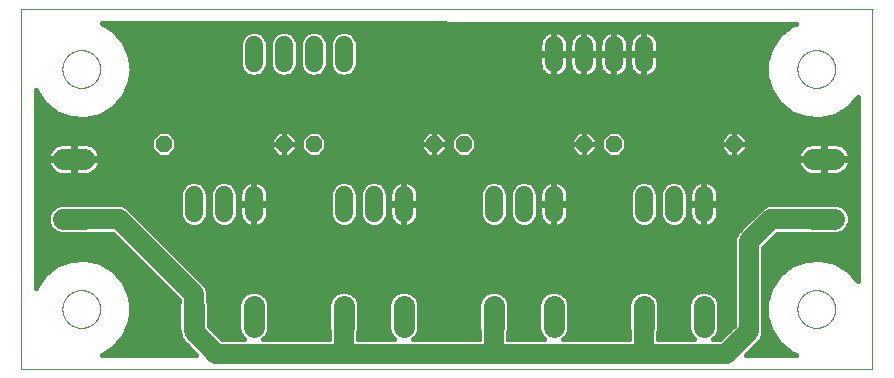
<source format=gtl>
G75*
%MOIN*%
%OFA0B0*%
%FSLAX25Y25*%
%IPPOS*%
%LPD*%
%AMOC8*
5,1,8,0,0,1.08239X$1,22.5*
%
%ADD10C,0.00000*%
%ADD11C,0.06000*%
%ADD12OC8,0.05200*%
%ADD13C,0.07050*%
%ADD14C,0.01600*%
%ADD15C,0.06600*%
D10*
X0006800Y0001800D02*
X0006800Y0121800D01*
X0290550Y0121761D01*
X0290501Y0121761D02*
X0290501Y0001800D01*
X0006800Y0001800D01*
X0020501Y0021800D02*
X0020503Y0021958D01*
X0020509Y0022116D01*
X0020519Y0022274D01*
X0020533Y0022432D01*
X0020551Y0022589D01*
X0020572Y0022746D01*
X0020598Y0022902D01*
X0020628Y0023058D01*
X0020661Y0023213D01*
X0020699Y0023366D01*
X0020740Y0023519D01*
X0020785Y0023671D01*
X0020834Y0023822D01*
X0020887Y0023971D01*
X0020943Y0024119D01*
X0021003Y0024265D01*
X0021067Y0024410D01*
X0021135Y0024553D01*
X0021206Y0024695D01*
X0021280Y0024835D01*
X0021358Y0024972D01*
X0021440Y0025108D01*
X0021524Y0025242D01*
X0021613Y0025373D01*
X0021704Y0025502D01*
X0021799Y0025629D01*
X0021896Y0025754D01*
X0021997Y0025876D01*
X0022101Y0025995D01*
X0022208Y0026112D01*
X0022318Y0026226D01*
X0022431Y0026337D01*
X0022546Y0026446D01*
X0022664Y0026551D01*
X0022785Y0026653D01*
X0022908Y0026753D01*
X0023034Y0026849D01*
X0023162Y0026942D01*
X0023292Y0027032D01*
X0023425Y0027118D01*
X0023560Y0027202D01*
X0023696Y0027281D01*
X0023835Y0027358D01*
X0023976Y0027430D01*
X0024118Y0027500D01*
X0024262Y0027565D01*
X0024408Y0027627D01*
X0024555Y0027685D01*
X0024704Y0027740D01*
X0024854Y0027791D01*
X0025005Y0027838D01*
X0025157Y0027881D01*
X0025310Y0027920D01*
X0025465Y0027956D01*
X0025620Y0027987D01*
X0025776Y0028015D01*
X0025932Y0028039D01*
X0026089Y0028059D01*
X0026247Y0028075D01*
X0026404Y0028087D01*
X0026563Y0028095D01*
X0026721Y0028099D01*
X0026879Y0028099D01*
X0027037Y0028095D01*
X0027196Y0028087D01*
X0027353Y0028075D01*
X0027511Y0028059D01*
X0027668Y0028039D01*
X0027824Y0028015D01*
X0027980Y0027987D01*
X0028135Y0027956D01*
X0028290Y0027920D01*
X0028443Y0027881D01*
X0028595Y0027838D01*
X0028746Y0027791D01*
X0028896Y0027740D01*
X0029045Y0027685D01*
X0029192Y0027627D01*
X0029338Y0027565D01*
X0029482Y0027500D01*
X0029624Y0027430D01*
X0029765Y0027358D01*
X0029904Y0027281D01*
X0030040Y0027202D01*
X0030175Y0027118D01*
X0030308Y0027032D01*
X0030438Y0026942D01*
X0030566Y0026849D01*
X0030692Y0026753D01*
X0030815Y0026653D01*
X0030936Y0026551D01*
X0031054Y0026446D01*
X0031169Y0026337D01*
X0031282Y0026226D01*
X0031392Y0026112D01*
X0031499Y0025995D01*
X0031603Y0025876D01*
X0031704Y0025754D01*
X0031801Y0025629D01*
X0031896Y0025502D01*
X0031987Y0025373D01*
X0032076Y0025242D01*
X0032160Y0025108D01*
X0032242Y0024972D01*
X0032320Y0024835D01*
X0032394Y0024695D01*
X0032465Y0024553D01*
X0032533Y0024410D01*
X0032597Y0024265D01*
X0032657Y0024119D01*
X0032713Y0023971D01*
X0032766Y0023822D01*
X0032815Y0023671D01*
X0032860Y0023519D01*
X0032901Y0023366D01*
X0032939Y0023213D01*
X0032972Y0023058D01*
X0033002Y0022902D01*
X0033028Y0022746D01*
X0033049Y0022589D01*
X0033067Y0022432D01*
X0033081Y0022274D01*
X0033091Y0022116D01*
X0033097Y0021958D01*
X0033099Y0021800D01*
X0033097Y0021642D01*
X0033091Y0021484D01*
X0033081Y0021326D01*
X0033067Y0021168D01*
X0033049Y0021011D01*
X0033028Y0020854D01*
X0033002Y0020698D01*
X0032972Y0020542D01*
X0032939Y0020387D01*
X0032901Y0020234D01*
X0032860Y0020081D01*
X0032815Y0019929D01*
X0032766Y0019778D01*
X0032713Y0019629D01*
X0032657Y0019481D01*
X0032597Y0019335D01*
X0032533Y0019190D01*
X0032465Y0019047D01*
X0032394Y0018905D01*
X0032320Y0018765D01*
X0032242Y0018628D01*
X0032160Y0018492D01*
X0032076Y0018358D01*
X0031987Y0018227D01*
X0031896Y0018098D01*
X0031801Y0017971D01*
X0031704Y0017846D01*
X0031603Y0017724D01*
X0031499Y0017605D01*
X0031392Y0017488D01*
X0031282Y0017374D01*
X0031169Y0017263D01*
X0031054Y0017154D01*
X0030936Y0017049D01*
X0030815Y0016947D01*
X0030692Y0016847D01*
X0030566Y0016751D01*
X0030438Y0016658D01*
X0030308Y0016568D01*
X0030175Y0016482D01*
X0030040Y0016398D01*
X0029904Y0016319D01*
X0029765Y0016242D01*
X0029624Y0016170D01*
X0029482Y0016100D01*
X0029338Y0016035D01*
X0029192Y0015973D01*
X0029045Y0015915D01*
X0028896Y0015860D01*
X0028746Y0015809D01*
X0028595Y0015762D01*
X0028443Y0015719D01*
X0028290Y0015680D01*
X0028135Y0015644D01*
X0027980Y0015613D01*
X0027824Y0015585D01*
X0027668Y0015561D01*
X0027511Y0015541D01*
X0027353Y0015525D01*
X0027196Y0015513D01*
X0027037Y0015505D01*
X0026879Y0015501D01*
X0026721Y0015501D01*
X0026563Y0015505D01*
X0026404Y0015513D01*
X0026247Y0015525D01*
X0026089Y0015541D01*
X0025932Y0015561D01*
X0025776Y0015585D01*
X0025620Y0015613D01*
X0025465Y0015644D01*
X0025310Y0015680D01*
X0025157Y0015719D01*
X0025005Y0015762D01*
X0024854Y0015809D01*
X0024704Y0015860D01*
X0024555Y0015915D01*
X0024408Y0015973D01*
X0024262Y0016035D01*
X0024118Y0016100D01*
X0023976Y0016170D01*
X0023835Y0016242D01*
X0023696Y0016319D01*
X0023560Y0016398D01*
X0023425Y0016482D01*
X0023292Y0016568D01*
X0023162Y0016658D01*
X0023034Y0016751D01*
X0022908Y0016847D01*
X0022785Y0016947D01*
X0022664Y0017049D01*
X0022546Y0017154D01*
X0022431Y0017263D01*
X0022318Y0017374D01*
X0022208Y0017488D01*
X0022101Y0017605D01*
X0021997Y0017724D01*
X0021896Y0017846D01*
X0021799Y0017971D01*
X0021704Y0018098D01*
X0021613Y0018227D01*
X0021524Y0018358D01*
X0021440Y0018492D01*
X0021358Y0018628D01*
X0021280Y0018765D01*
X0021206Y0018905D01*
X0021135Y0019047D01*
X0021067Y0019190D01*
X0021003Y0019335D01*
X0020943Y0019481D01*
X0020887Y0019629D01*
X0020834Y0019778D01*
X0020785Y0019929D01*
X0020740Y0020081D01*
X0020699Y0020234D01*
X0020661Y0020387D01*
X0020628Y0020542D01*
X0020598Y0020698D01*
X0020572Y0020854D01*
X0020551Y0021011D01*
X0020533Y0021168D01*
X0020519Y0021326D01*
X0020509Y0021484D01*
X0020503Y0021642D01*
X0020501Y0021800D01*
X0020501Y0101800D02*
X0020503Y0101958D01*
X0020509Y0102116D01*
X0020519Y0102274D01*
X0020533Y0102432D01*
X0020551Y0102589D01*
X0020572Y0102746D01*
X0020598Y0102902D01*
X0020628Y0103058D01*
X0020661Y0103213D01*
X0020699Y0103366D01*
X0020740Y0103519D01*
X0020785Y0103671D01*
X0020834Y0103822D01*
X0020887Y0103971D01*
X0020943Y0104119D01*
X0021003Y0104265D01*
X0021067Y0104410D01*
X0021135Y0104553D01*
X0021206Y0104695D01*
X0021280Y0104835D01*
X0021358Y0104972D01*
X0021440Y0105108D01*
X0021524Y0105242D01*
X0021613Y0105373D01*
X0021704Y0105502D01*
X0021799Y0105629D01*
X0021896Y0105754D01*
X0021997Y0105876D01*
X0022101Y0105995D01*
X0022208Y0106112D01*
X0022318Y0106226D01*
X0022431Y0106337D01*
X0022546Y0106446D01*
X0022664Y0106551D01*
X0022785Y0106653D01*
X0022908Y0106753D01*
X0023034Y0106849D01*
X0023162Y0106942D01*
X0023292Y0107032D01*
X0023425Y0107118D01*
X0023560Y0107202D01*
X0023696Y0107281D01*
X0023835Y0107358D01*
X0023976Y0107430D01*
X0024118Y0107500D01*
X0024262Y0107565D01*
X0024408Y0107627D01*
X0024555Y0107685D01*
X0024704Y0107740D01*
X0024854Y0107791D01*
X0025005Y0107838D01*
X0025157Y0107881D01*
X0025310Y0107920D01*
X0025465Y0107956D01*
X0025620Y0107987D01*
X0025776Y0108015D01*
X0025932Y0108039D01*
X0026089Y0108059D01*
X0026247Y0108075D01*
X0026404Y0108087D01*
X0026563Y0108095D01*
X0026721Y0108099D01*
X0026879Y0108099D01*
X0027037Y0108095D01*
X0027196Y0108087D01*
X0027353Y0108075D01*
X0027511Y0108059D01*
X0027668Y0108039D01*
X0027824Y0108015D01*
X0027980Y0107987D01*
X0028135Y0107956D01*
X0028290Y0107920D01*
X0028443Y0107881D01*
X0028595Y0107838D01*
X0028746Y0107791D01*
X0028896Y0107740D01*
X0029045Y0107685D01*
X0029192Y0107627D01*
X0029338Y0107565D01*
X0029482Y0107500D01*
X0029624Y0107430D01*
X0029765Y0107358D01*
X0029904Y0107281D01*
X0030040Y0107202D01*
X0030175Y0107118D01*
X0030308Y0107032D01*
X0030438Y0106942D01*
X0030566Y0106849D01*
X0030692Y0106753D01*
X0030815Y0106653D01*
X0030936Y0106551D01*
X0031054Y0106446D01*
X0031169Y0106337D01*
X0031282Y0106226D01*
X0031392Y0106112D01*
X0031499Y0105995D01*
X0031603Y0105876D01*
X0031704Y0105754D01*
X0031801Y0105629D01*
X0031896Y0105502D01*
X0031987Y0105373D01*
X0032076Y0105242D01*
X0032160Y0105108D01*
X0032242Y0104972D01*
X0032320Y0104835D01*
X0032394Y0104695D01*
X0032465Y0104553D01*
X0032533Y0104410D01*
X0032597Y0104265D01*
X0032657Y0104119D01*
X0032713Y0103971D01*
X0032766Y0103822D01*
X0032815Y0103671D01*
X0032860Y0103519D01*
X0032901Y0103366D01*
X0032939Y0103213D01*
X0032972Y0103058D01*
X0033002Y0102902D01*
X0033028Y0102746D01*
X0033049Y0102589D01*
X0033067Y0102432D01*
X0033081Y0102274D01*
X0033091Y0102116D01*
X0033097Y0101958D01*
X0033099Y0101800D01*
X0033097Y0101642D01*
X0033091Y0101484D01*
X0033081Y0101326D01*
X0033067Y0101168D01*
X0033049Y0101011D01*
X0033028Y0100854D01*
X0033002Y0100698D01*
X0032972Y0100542D01*
X0032939Y0100387D01*
X0032901Y0100234D01*
X0032860Y0100081D01*
X0032815Y0099929D01*
X0032766Y0099778D01*
X0032713Y0099629D01*
X0032657Y0099481D01*
X0032597Y0099335D01*
X0032533Y0099190D01*
X0032465Y0099047D01*
X0032394Y0098905D01*
X0032320Y0098765D01*
X0032242Y0098628D01*
X0032160Y0098492D01*
X0032076Y0098358D01*
X0031987Y0098227D01*
X0031896Y0098098D01*
X0031801Y0097971D01*
X0031704Y0097846D01*
X0031603Y0097724D01*
X0031499Y0097605D01*
X0031392Y0097488D01*
X0031282Y0097374D01*
X0031169Y0097263D01*
X0031054Y0097154D01*
X0030936Y0097049D01*
X0030815Y0096947D01*
X0030692Y0096847D01*
X0030566Y0096751D01*
X0030438Y0096658D01*
X0030308Y0096568D01*
X0030175Y0096482D01*
X0030040Y0096398D01*
X0029904Y0096319D01*
X0029765Y0096242D01*
X0029624Y0096170D01*
X0029482Y0096100D01*
X0029338Y0096035D01*
X0029192Y0095973D01*
X0029045Y0095915D01*
X0028896Y0095860D01*
X0028746Y0095809D01*
X0028595Y0095762D01*
X0028443Y0095719D01*
X0028290Y0095680D01*
X0028135Y0095644D01*
X0027980Y0095613D01*
X0027824Y0095585D01*
X0027668Y0095561D01*
X0027511Y0095541D01*
X0027353Y0095525D01*
X0027196Y0095513D01*
X0027037Y0095505D01*
X0026879Y0095501D01*
X0026721Y0095501D01*
X0026563Y0095505D01*
X0026404Y0095513D01*
X0026247Y0095525D01*
X0026089Y0095541D01*
X0025932Y0095561D01*
X0025776Y0095585D01*
X0025620Y0095613D01*
X0025465Y0095644D01*
X0025310Y0095680D01*
X0025157Y0095719D01*
X0025005Y0095762D01*
X0024854Y0095809D01*
X0024704Y0095860D01*
X0024555Y0095915D01*
X0024408Y0095973D01*
X0024262Y0096035D01*
X0024118Y0096100D01*
X0023976Y0096170D01*
X0023835Y0096242D01*
X0023696Y0096319D01*
X0023560Y0096398D01*
X0023425Y0096482D01*
X0023292Y0096568D01*
X0023162Y0096658D01*
X0023034Y0096751D01*
X0022908Y0096847D01*
X0022785Y0096947D01*
X0022664Y0097049D01*
X0022546Y0097154D01*
X0022431Y0097263D01*
X0022318Y0097374D01*
X0022208Y0097488D01*
X0022101Y0097605D01*
X0021997Y0097724D01*
X0021896Y0097846D01*
X0021799Y0097971D01*
X0021704Y0098098D01*
X0021613Y0098227D01*
X0021524Y0098358D01*
X0021440Y0098492D01*
X0021358Y0098628D01*
X0021280Y0098765D01*
X0021206Y0098905D01*
X0021135Y0099047D01*
X0021067Y0099190D01*
X0021003Y0099335D01*
X0020943Y0099481D01*
X0020887Y0099629D01*
X0020834Y0099778D01*
X0020785Y0099929D01*
X0020740Y0100081D01*
X0020699Y0100234D01*
X0020661Y0100387D01*
X0020628Y0100542D01*
X0020598Y0100698D01*
X0020572Y0100854D01*
X0020551Y0101011D01*
X0020533Y0101168D01*
X0020519Y0101326D01*
X0020509Y0101484D01*
X0020503Y0101642D01*
X0020501Y0101800D01*
X0265501Y0101800D02*
X0265503Y0101958D01*
X0265509Y0102116D01*
X0265519Y0102274D01*
X0265533Y0102432D01*
X0265551Y0102589D01*
X0265572Y0102746D01*
X0265598Y0102902D01*
X0265628Y0103058D01*
X0265661Y0103213D01*
X0265699Y0103366D01*
X0265740Y0103519D01*
X0265785Y0103671D01*
X0265834Y0103822D01*
X0265887Y0103971D01*
X0265943Y0104119D01*
X0266003Y0104265D01*
X0266067Y0104410D01*
X0266135Y0104553D01*
X0266206Y0104695D01*
X0266280Y0104835D01*
X0266358Y0104972D01*
X0266440Y0105108D01*
X0266524Y0105242D01*
X0266613Y0105373D01*
X0266704Y0105502D01*
X0266799Y0105629D01*
X0266896Y0105754D01*
X0266997Y0105876D01*
X0267101Y0105995D01*
X0267208Y0106112D01*
X0267318Y0106226D01*
X0267431Y0106337D01*
X0267546Y0106446D01*
X0267664Y0106551D01*
X0267785Y0106653D01*
X0267908Y0106753D01*
X0268034Y0106849D01*
X0268162Y0106942D01*
X0268292Y0107032D01*
X0268425Y0107118D01*
X0268560Y0107202D01*
X0268696Y0107281D01*
X0268835Y0107358D01*
X0268976Y0107430D01*
X0269118Y0107500D01*
X0269262Y0107565D01*
X0269408Y0107627D01*
X0269555Y0107685D01*
X0269704Y0107740D01*
X0269854Y0107791D01*
X0270005Y0107838D01*
X0270157Y0107881D01*
X0270310Y0107920D01*
X0270465Y0107956D01*
X0270620Y0107987D01*
X0270776Y0108015D01*
X0270932Y0108039D01*
X0271089Y0108059D01*
X0271247Y0108075D01*
X0271404Y0108087D01*
X0271563Y0108095D01*
X0271721Y0108099D01*
X0271879Y0108099D01*
X0272037Y0108095D01*
X0272196Y0108087D01*
X0272353Y0108075D01*
X0272511Y0108059D01*
X0272668Y0108039D01*
X0272824Y0108015D01*
X0272980Y0107987D01*
X0273135Y0107956D01*
X0273290Y0107920D01*
X0273443Y0107881D01*
X0273595Y0107838D01*
X0273746Y0107791D01*
X0273896Y0107740D01*
X0274045Y0107685D01*
X0274192Y0107627D01*
X0274338Y0107565D01*
X0274482Y0107500D01*
X0274624Y0107430D01*
X0274765Y0107358D01*
X0274904Y0107281D01*
X0275040Y0107202D01*
X0275175Y0107118D01*
X0275308Y0107032D01*
X0275438Y0106942D01*
X0275566Y0106849D01*
X0275692Y0106753D01*
X0275815Y0106653D01*
X0275936Y0106551D01*
X0276054Y0106446D01*
X0276169Y0106337D01*
X0276282Y0106226D01*
X0276392Y0106112D01*
X0276499Y0105995D01*
X0276603Y0105876D01*
X0276704Y0105754D01*
X0276801Y0105629D01*
X0276896Y0105502D01*
X0276987Y0105373D01*
X0277076Y0105242D01*
X0277160Y0105108D01*
X0277242Y0104972D01*
X0277320Y0104835D01*
X0277394Y0104695D01*
X0277465Y0104553D01*
X0277533Y0104410D01*
X0277597Y0104265D01*
X0277657Y0104119D01*
X0277713Y0103971D01*
X0277766Y0103822D01*
X0277815Y0103671D01*
X0277860Y0103519D01*
X0277901Y0103366D01*
X0277939Y0103213D01*
X0277972Y0103058D01*
X0278002Y0102902D01*
X0278028Y0102746D01*
X0278049Y0102589D01*
X0278067Y0102432D01*
X0278081Y0102274D01*
X0278091Y0102116D01*
X0278097Y0101958D01*
X0278099Y0101800D01*
X0278097Y0101642D01*
X0278091Y0101484D01*
X0278081Y0101326D01*
X0278067Y0101168D01*
X0278049Y0101011D01*
X0278028Y0100854D01*
X0278002Y0100698D01*
X0277972Y0100542D01*
X0277939Y0100387D01*
X0277901Y0100234D01*
X0277860Y0100081D01*
X0277815Y0099929D01*
X0277766Y0099778D01*
X0277713Y0099629D01*
X0277657Y0099481D01*
X0277597Y0099335D01*
X0277533Y0099190D01*
X0277465Y0099047D01*
X0277394Y0098905D01*
X0277320Y0098765D01*
X0277242Y0098628D01*
X0277160Y0098492D01*
X0277076Y0098358D01*
X0276987Y0098227D01*
X0276896Y0098098D01*
X0276801Y0097971D01*
X0276704Y0097846D01*
X0276603Y0097724D01*
X0276499Y0097605D01*
X0276392Y0097488D01*
X0276282Y0097374D01*
X0276169Y0097263D01*
X0276054Y0097154D01*
X0275936Y0097049D01*
X0275815Y0096947D01*
X0275692Y0096847D01*
X0275566Y0096751D01*
X0275438Y0096658D01*
X0275308Y0096568D01*
X0275175Y0096482D01*
X0275040Y0096398D01*
X0274904Y0096319D01*
X0274765Y0096242D01*
X0274624Y0096170D01*
X0274482Y0096100D01*
X0274338Y0096035D01*
X0274192Y0095973D01*
X0274045Y0095915D01*
X0273896Y0095860D01*
X0273746Y0095809D01*
X0273595Y0095762D01*
X0273443Y0095719D01*
X0273290Y0095680D01*
X0273135Y0095644D01*
X0272980Y0095613D01*
X0272824Y0095585D01*
X0272668Y0095561D01*
X0272511Y0095541D01*
X0272353Y0095525D01*
X0272196Y0095513D01*
X0272037Y0095505D01*
X0271879Y0095501D01*
X0271721Y0095501D01*
X0271563Y0095505D01*
X0271404Y0095513D01*
X0271247Y0095525D01*
X0271089Y0095541D01*
X0270932Y0095561D01*
X0270776Y0095585D01*
X0270620Y0095613D01*
X0270465Y0095644D01*
X0270310Y0095680D01*
X0270157Y0095719D01*
X0270005Y0095762D01*
X0269854Y0095809D01*
X0269704Y0095860D01*
X0269555Y0095915D01*
X0269408Y0095973D01*
X0269262Y0096035D01*
X0269118Y0096100D01*
X0268976Y0096170D01*
X0268835Y0096242D01*
X0268696Y0096319D01*
X0268560Y0096398D01*
X0268425Y0096482D01*
X0268292Y0096568D01*
X0268162Y0096658D01*
X0268034Y0096751D01*
X0267908Y0096847D01*
X0267785Y0096947D01*
X0267664Y0097049D01*
X0267546Y0097154D01*
X0267431Y0097263D01*
X0267318Y0097374D01*
X0267208Y0097488D01*
X0267101Y0097605D01*
X0266997Y0097724D01*
X0266896Y0097846D01*
X0266799Y0097971D01*
X0266704Y0098098D01*
X0266613Y0098227D01*
X0266524Y0098358D01*
X0266440Y0098492D01*
X0266358Y0098628D01*
X0266280Y0098765D01*
X0266206Y0098905D01*
X0266135Y0099047D01*
X0266067Y0099190D01*
X0266003Y0099335D01*
X0265943Y0099481D01*
X0265887Y0099629D01*
X0265834Y0099778D01*
X0265785Y0099929D01*
X0265740Y0100081D01*
X0265699Y0100234D01*
X0265661Y0100387D01*
X0265628Y0100542D01*
X0265598Y0100698D01*
X0265572Y0100854D01*
X0265551Y0101011D01*
X0265533Y0101168D01*
X0265519Y0101326D01*
X0265509Y0101484D01*
X0265503Y0101642D01*
X0265501Y0101800D01*
X0265501Y0021800D02*
X0265503Y0021958D01*
X0265509Y0022116D01*
X0265519Y0022274D01*
X0265533Y0022432D01*
X0265551Y0022589D01*
X0265572Y0022746D01*
X0265598Y0022902D01*
X0265628Y0023058D01*
X0265661Y0023213D01*
X0265699Y0023366D01*
X0265740Y0023519D01*
X0265785Y0023671D01*
X0265834Y0023822D01*
X0265887Y0023971D01*
X0265943Y0024119D01*
X0266003Y0024265D01*
X0266067Y0024410D01*
X0266135Y0024553D01*
X0266206Y0024695D01*
X0266280Y0024835D01*
X0266358Y0024972D01*
X0266440Y0025108D01*
X0266524Y0025242D01*
X0266613Y0025373D01*
X0266704Y0025502D01*
X0266799Y0025629D01*
X0266896Y0025754D01*
X0266997Y0025876D01*
X0267101Y0025995D01*
X0267208Y0026112D01*
X0267318Y0026226D01*
X0267431Y0026337D01*
X0267546Y0026446D01*
X0267664Y0026551D01*
X0267785Y0026653D01*
X0267908Y0026753D01*
X0268034Y0026849D01*
X0268162Y0026942D01*
X0268292Y0027032D01*
X0268425Y0027118D01*
X0268560Y0027202D01*
X0268696Y0027281D01*
X0268835Y0027358D01*
X0268976Y0027430D01*
X0269118Y0027500D01*
X0269262Y0027565D01*
X0269408Y0027627D01*
X0269555Y0027685D01*
X0269704Y0027740D01*
X0269854Y0027791D01*
X0270005Y0027838D01*
X0270157Y0027881D01*
X0270310Y0027920D01*
X0270465Y0027956D01*
X0270620Y0027987D01*
X0270776Y0028015D01*
X0270932Y0028039D01*
X0271089Y0028059D01*
X0271247Y0028075D01*
X0271404Y0028087D01*
X0271563Y0028095D01*
X0271721Y0028099D01*
X0271879Y0028099D01*
X0272037Y0028095D01*
X0272196Y0028087D01*
X0272353Y0028075D01*
X0272511Y0028059D01*
X0272668Y0028039D01*
X0272824Y0028015D01*
X0272980Y0027987D01*
X0273135Y0027956D01*
X0273290Y0027920D01*
X0273443Y0027881D01*
X0273595Y0027838D01*
X0273746Y0027791D01*
X0273896Y0027740D01*
X0274045Y0027685D01*
X0274192Y0027627D01*
X0274338Y0027565D01*
X0274482Y0027500D01*
X0274624Y0027430D01*
X0274765Y0027358D01*
X0274904Y0027281D01*
X0275040Y0027202D01*
X0275175Y0027118D01*
X0275308Y0027032D01*
X0275438Y0026942D01*
X0275566Y0026849D01*
X0275692Y0026753D01*
X0275815Y0026653D01*
X0275936Y0026551D01*
X0276054Y0026446D01*
X0276169Y0026337D01*
X0276282Y0026226D01*
X0276392Y0026112D01*
X0276499Y0025995D01*
X0276603Y0025876D01*
X0276704Y0025754D01*
X0276801Y0025629D01*
X0276896Y0025502D01*
X0276987Y0025373D01*
X0277076Y0025242D01*
X0277160Y0025108D01*
X0277242Y0024972D01*
X0277320Y0024835D01*
X0277394Y0024695D01*
X0277465Y0024553D01*
X0277533Y0024410D01*
X0277597Y0024265D01*
X0277657Y0024119D01*
X0277713Y0023971D01*
X0277766Y0023822D01*
X0277815Y0023671D01*
X0277860Y0023519D01*
X0277901Y0023366D01*
X0277939Y0023213D01*
X0277972Y0023058D01*
X0278002Y0022902D01*
X0278028Y0022746D01*
X0278049Y0022589D01*
X0278067Y0022432D01*
X0278081Y0022274D01*
X0278091Y0022116D01*
X0278097Y0021958D01*
X0278099Y0021800D01*
X0278097Y0021642D01*
X0278091Y0021484D01*
X0278081Y0021326D01*
X0278067Y0021168D01*
X0278049Y0021011D01*
X0278028Y0020854D01*
X0278002Y0020698D01*
X0277972Y0020542D01*
X0277939Y0020387D01*
X0277901Y0020234D01*
X0277860Y0020081D01*
X0277815Y0019929D01*
X0277766Y0019778D01*
X0277713Y0019629D01*
X0277657Y0019481D01*
X0277597Y0019335D01*
X0277533Y0019190D01*
X0277465Y0019047D01*
X0277394Y0018905D01*
X0277320Y0018765D01*
X0277242Y0018628D01*
X0277160Y0018492D01*
X0277076Y0018358D01*
X0276987Y0018227D01*
X0276896Y0018098D01*
X0276801Y0017971D01*
X0276704Y0017846D01*
X0276603Y0017724D01*
X0276499Y0017605D01*
X0276392Y0017488D01*
X0276282Y0017374D01*
X0276169Y0017263D01*
X0276054Y0017154D01*
X0275936Y0017049D01*
X0275815Y0016947D01*
X0275692Y0016847D01*
X0275566Y0016751D01*
X0275438Y0016658D01*
X0275308Y0016568D01*
X0275175Y0016482D01*
X0275040Y0016398D01*
X0274904Y0016319D01*
X0274765Y0016242D01*
X0274624Y0016170D01*
X0274482Y0016100D01*
X0274338Y0016035D01*
X0274192Y0015973D01*
X0274045Y0015915D01*
X0273896Y0015860D01*
X0273746Y0015809D01*
X0273595Y0015762D01*
X0273443Y0015719D01*
X0273290Y0015680D01*
X0273135Y0015644D01*
X0272980Y0015613D01*
X0272824Y0015585D01*
X0272668Y0015561D01*
X0272511Y0015541D01*
X0272353Y0015525D01*
X0272196Y0015513D01*
X0272037Y0015505D01*
X0271879Y0015501D01*
X0271721Y0015501D01*
X0271563Y0015505D01*
X0271404Y0015513D01*
X0271247Y0015525D01*
X0271089Y0015541D01*
X0270932Y0015561D01*
X0270776Y0015585D01*
X0270620Y0015613D01*
X0270465Y0015644D01*
X0270310Y0015680D01*
X0270157Y0015719D01*
X0270005Y0015762D01*
X0269854Y0015809D01*
X0269704Y0015860D01*
X0269555Y0015915D01*
X0269408Y0015973D01*
X0269262Y0016035D01*
X0269118Y0016100D01*
X0268976Y0016170D01*
X0268835Y0016242D01*
X0268696Y0016319D01*
X0268560Y0016398D01*
X0268425Y0016482D01*
X0268292Y0016568D01*
X0268162Y0016658D01*
X0268034Y0016751D01*
X0267908Y0016847D01*
X0267785Y0016947D01*
X0267664Y0017049D01*
X0267546Y0017154D01*
X0267431Y0017263D01*
X0267318Y0017374D01*
X0267208Y0017488D01*
X0267101Y0017605D01*
X0266997Y0017724D01*
X0266896Y0017846D01*
X0266799Y0017971D01*
X0266704Y0018098D01*
X0266613Y0018227D01*
X0266524Y0018358D01*
X0266440Y0018492D01*
X0266358Y0018628D01*
X0266280Y0018765D01*
X0266206Y0018905D01*
X0266135Y0019047D01*
X0266067Y0019190D01*
X0266003Y0019335D01*
X0265943Y0019481D01*
X0265887Y0019629D01*
X0265834Y0019778D01*
X0265785Y0019929D01*
X0265740Y0020081D01*
X0265699Y0020234D01*
X0265661Y0020387D01*
X0265628Y0020542D01*
X0265598Y0020698D01*
X0265572Y0020854D01*
X0265551Y0021011D01*
X0265533Y0021168D01*
X0265519Y0021326D01*
X0265509Y0021484D01*
X0265503Y0021642D01*
X0265501Y0021800D01*
D11*
X0234300Y0053800D02*
X0234300Y0059800D01*
X0224300Y0059800D02*
X0224300Y0053800D01*
X0214300Y0053800D02*
X0214300Y0059800D01*
X0184300Y0059800D02*
X0184300Y0053800D01*
X0174300Y0053800D02*
X0174300Y0059800D01*
X0164300Y0059800D02*
X0164300Y0053800D01*
X0134300Y0053800D02*
X0134300Y0059800D01*
X0124300Y0059800D02*
X0124300Y0053800D01*
X0114300Y0053800D02*
X0114300Y0059800D01*
X0084300Y0059800D02*
X0084300Y0053800D01*
X0074300Y0053800D02*
X0074300Y0059800D01*
X0064300Y0059800D02*
X0064300Y0053800D01*
X0084300Y0103800D02*
X0084300Y0109800D01*
X0094300Y0109800D02*
X0094300Y0103800D01*
X0104300Y0103800D02*
X0104300Y0109800D01*
X0114300Y0109800D02*
X0114300Y0103800D01*
X0184300Y0103800D02*
X0184300Y0109800D01*
X0194300Y0109800D02*
X0194300Y0103800D01*
X0204300Y0103800D02*
X0204300Y0109800D01*
X0214300Y0109800D02*
X0214300Y0103800D01*
D12*
X0204300Y0076800D03*
X0194300Y0076800D03*
X0154300Y0076800D03*
X0144300Y0076800D03*
X0104300Y0076800D03*
X0094300Y0076800D03*
X0054300Y0076800D03*
X0244300Y0076800D03*
D13*
X0270775Y0071800D02*
X0277825Y0071800D01*
X0277825Y0051800D02*
X0270775Y0051800D01*
X0234300Y0022825D02*
X0234300Y0015775D01*
X0214300Y0015775D02*
X0214300Y0022825D01*
X0184300Y0022825D02*
X0184300Y0015775D01*
X0164300Y0015775D02*
X0164300Y0022825D01*
X0134300Y0022825D02*
X0134300Y0015775D01*
X0114300Y0015775D02*
X0114300Y0022825D01*
X0084300Y0022825D02*
X0084300Y0015775D01*
X0064300Y0015775D02*
X0064300Y0022825D01*
X0027825Y0051800D02*
X0020775Y0051800D01*
X0020775Y0071800D02*
X0027825Y0071800D01*
D14*
X0024675Y0072134D02*
X0273925Y0072134D01*
X0273925Y0072175D02*
X0273925Y0071425D01*
X0274675Y0071425D01*
X0274675Y0072175D01*
X0273925Y0072175D01*
X0273925Y0077125D01*
X0270356Y0077125D01*
X0269528Y0076994D01*
X0268731Y0076735D01*
X0267984Y0076354D01*
X0267306Y0075862D01*
X0266713Y0075269D01*
X0266221Y0074591D01*
X0265840Y0073844D01*
X0265581Y0073047D01*
X0265450Y0072219D01*
X0265450Y0072175D01*
X0273925Y0072175D01*
X0274675Y0072175D02*
X0274675Y0077125D01*
X0278244Y0077125D01*
X0279072Y0076994D01*
X0279869Y0076735D01*
X0280616Y0076354D01*
X0281294Y0075862D01*
X0281887Y0075269D01*
X0282379Y0074591D01*
X0282760Y0073844D01*
X0283019Y0073047D01*
X0283150Y0072219D01*
X0283150Y0072175D01*
X0274675Y0072175D01*
X0274675Y0072134D02*
X0285701Y0072134D01*
X0285701Y0070536D02*
X0283013Y0070536D01*
X0283019Y0070553D02*
X0283150Y0071381D01*
X0283150Y0071425D01*
X0274675Y0071425D01*
X0274675Y0066475D01*
X0278244Y0066475D01*
X0279072Y0066606D01*
X0279869Y0066865D01*
X0280616Y0067246D01*
X0281294Y0067738D01*
X0281887Y0068331D01*
X0282379Y0069009D01*
X0282760Y0069756D01*
X0283019Y0070553D01*
X0282327Y0068937D02*
X0285701Y0068937D01*
X0285701Y0067339D02*
X0280744Y0067339D01*
X0285701Y0065740D02*
X0011600Y0065740D01*
X0011600Y0067339D02*
X0017856Y0067339D01*
X0017984Y0067246D02*
X0018731Y0066865D01*
X0019528Y0066606D01*
X0020356Y0066475D01*
X0023925Y0066475D01*
X0023925Y0071425D01*
X0024675Y0071425D01*
X0024675Y0072175D01*
X0023925Y0072175D01*
X0023925Y0077125D01*
X0020356Y0077125D01*
X0019528Y0076994D01*
X0018731Y0076735D01*
X0017984Y0076354D01*
X0017306Y0075862D01*
X0016713Y0075269D01*
X0016221Y0074591D01*
X0015840Y0073844D01*
X0015581Y0073047D01*
X0015450Y0072219D01*
X0015450Y0072175D01*
X0023925Y0072175D01*
X0023925Y0071425D01*
X0015450Y0071425D01*
X0015450Y0071381D01*
X0015581Y0070553D01*
X0015840Y0069756D01*
X0016221Y0069009D01*
X0016713Y0068331D01*
X0017306Y0067738D01*
X0017984Y0067246D01*
X0016273Y0068937D02*
X0011600Y0068937D01*
X0011600Y0070536D02*
X0015587Y0070536D01*
X0015804Y0073733D02*
X0011600Y0073733D01*
X0011600Y0072134D02*
X0023925Y0072134D01*
X0024675Y0072175D02*
X0024675Y0077125D01*
X0028244Y0077125D01*
X0029072Y0076994D01*
X0029869Y0076735D01*
X0030616Y0076354D01*
X0031294Y0075862D01*
X0031887Y0075269D01*
X0032379Y0074591D01*
X0032760Y0073844D01*
X0033019Y0073047D01*
X0033150Y0072219D01*
X0033150Y0072175D01*
X0024675Y0072175D01*
X0024675Y0071425D02*
X0033150Y0071425D01*
X0033150Y0071381D01*
X0033019Y0070553D01*
X0032760Y0069756D01*
X0032379Y0069009D01*
X0031887Y0068331D01*
X0031294Y0067738D01*
X0030616Y0067246D01*
X0029869Y0066865D01*
X0029072Y0066606D01*
X0028244Y0066475D01*
X0024675Y0066475D01*
X0024675Y0071425D01*
X0024675Y0070536D02*
X0023925Y0070536D01*
X0023925Y0068937D02*
X0024675Y0068937D01*
X0024675Y0067339D02*
X0023925Y0067339D01*
X0030744Y0067339D02*
X0267856Y0067339D01*
X0267984Y0067246D02*
X0268731Y0066865D01*
X0269528Y0066606D01*
X0270356Y0066475D01*
X0273925Y0066475D01*
X0273925Y0071425D01*
X0265450Y0071425D01*
X0265450Y0071381D01*
X0265581Y0070553D01*
X0265840Y0069756D01*
X0266221Y0069009D01*
X0266713Y0068331D01*
X0267306Y0067738D01*
X0267984Y0067246D01*
X0266273Y0068937D02*
X0032327Y0068937D01*
X0033013Y0070536D02*
X0265587Y0070536D01*
X0265804Y0073733D02*
X0247456Y0073733D01*
X0248700Y0074977D02*
X0246123Y0072400D01*
X0244300Y0072400D01*
X0244300Y0076800D01*
X0248700Y0076800D01*
X0248700Y0078623D01*
X0246123Y0081200D01*
X0244300Y0081200D01*
X0244300Y0076800D01*
X0244300Y0076800D01*
X0244300Y0076800D01*
X0248700Y0076800D01*
X0248700Y0074977D01*
X0248700Y0075332D02*
X0266776Y0075332D01*
X0269332Y0076930D02*
X0248700Y0076930D01*
X0248700Y0078529D02*
X0285701Y0078529D01*
X0285701Y0080127D02*
X0247195Y0080127D01*
X0244300Y0080127D02*
X0244300Y0080127D01*
X0244300Y0081200D02*
X0242477Y0081200D01*
X0239900Y0078623D01*
X0239900Y0076800D01*
X0244300Y0076800D01*
X0244300Y0076800D01*
X0244300Y0076800D01*
X0244300Y0081200D01*
X0241405Y0080127D02*
X0206913Y0080127D01*
X0206040Y0081000D02*
X0202560Y0081000D01*
X0200100Y0078540D01*
X0200100Y0075060D01*
X0202560Y0072600D01*
X0206040Y0072600D01*
X0208500Y0075060D01*
X0208500Y0078540D01*
X0206040Y0081000D01*
X0208500Y0078529D02*
X0239900Y0078529D01*
X0239900Y0076930D02*
X0208500Y0076930D01*
X0208500Y0075332D02*
X0239900Y0075332D01*
X0239900Y0074977D02*
X0242477Y0072400D01*
X0244300Y0072400D01*
X0244300Y0076800D01*
X0239900Y0076800D01*
X0239900Y0074977D01*
X0241144Y0073733D02*
X0207173Y0073733D01*
X0201427Y0073733D02*
X0197456Y0073733D01*
X0198700Y0074977D02*
X0196123Y0072400D01*
X0194300Y0072400D01*
X0194300Y0076800D01*
X0198700Y0076800D01*
X0198700Y0078623D01*
X0196123Y0081200D01*
X0194300Y0081200D01*
X0194300Y0076800D01*
X0194300Y0076800D01*
X0194300Y0076800D01*
X0198700Y0076800D01*
X0198700Y0074977D01*
X0198700Y0075332D02*
X0200100Y0075332D01*
X0200100Y0076930D02*
X0198700Y0076930D01*
X0198700Y0078529D02*
X0200100Y0078529D01*
X0201687Y0080127D02*
X0197195Y0080127D01*
X0194300Y0080127D02*
X0194300Y0080127D01*
X0194300Y0081200D02*
X0192477Y0081200D01*
X0189900Y0078623D01*
X0189900Y0076800D01*
X0194300Y0076800D01*
X0194300Y0076800D01*
X0194300Y0076800D01*
X0194300Y0081200D01*
X0191405Y0080127D02*
X0156913Y0080127D01*
X0156040Y0081000D02*
X0158500Y0078540D01*
X0158500Y0075060D01*
X0156040Y0072600D01*
X0152560Y0072600D01*
X0150100Y0075060D01*
X0150100Y0078540D01*
X0152560Y0081000D01*
X0156040Y0081000D01*
X0158500Y0078529D02*
X0189900Y0078529D01*
X0189900Y0076930D02*
X0158500Y0076930D01*
X0158500Y0075332D02*
X0189900Y0075332D01*
X0189900Y0074977D02*
X0192477Y0072400D01*
X0194300Y0072400D01*
X0194300Y0076800D01*
X0189900Y0076800D01*
X0189900Y0074977D01*
X0191144Y0073733D02*
X0157173Y0073733D01*
X0151427Y0073733D02*
X0147456Y0073733D01*
X0148700Y0074977D02*
X0146123Y0072400D01*
X0144300Y0072400D01*
X0144300Y0076800D01*
X0148700Y0076800D01*
X0148700Y0078623D01*
X0146123Y0081200D01*
X0144300Y0081200D01*
X0144300Y0076800D01*
X0144300Y0076800D01*
X0144300Y0076800D01*
X0148700Y0076800D01*
X0148700Y0074977D01*
X0148700Y0075332D02*
X0150100Y0075332D01*
X0150100Y0076930D02*
X0148700Y0076930D01*
X0148700Y0078529D02*
X0150100Y0078529D01*
X0151687Y0080127D02*
X0147195Y0080127D01*
X0144300Y0080127D02*
X0144300Y0080127D01*
X0144300Y0081200D02*
X0142477Y0081200D01*
X0139900Y0078623D01*
X0139900Y0076800D01*
X0144300Y0076800D01*
X0144300Y0076800D01*
X0144300Y0076800D01*
X0144300Y0081200D01*
X0141405Y0080127D02*
X0106913Y0080127D01*
X0106040Y0081000D02*
X0108500Y0078540D01*
X0108500Y0075060D01*
X0106040Y0072600D01*
X0102560Y0072600D01*
X0100100Y0075060D01*
X0100100Y0078540D01*
X0102560Y0081000D01*
X0106040Y0081000D01*
X0108500Y0078529D02*
X0139900Y0078529D01*
X0139900Y0076930D02*
X0108500Y0076930D01*
X0108500Y0075332D02*
X0139900Y0075332D01*
X0139900Y0074977D02*
X0142477Y0072400D01*
X0144300Y0072400D01*
X0144300Y0076800D01*
X0139900Y0076800D01*
X0139900Y0074977D01*
X0141144Y0073733D02*
X0107173Y0073733D01*
X0101427Y0073733D02*
X0097456Y0073733D01*
X0098700Y0074977D02*
X0096123Y0072400D01*
X0094300Y0072400D01*
X0094300Y0076800D01*
X0098700Y0076800D01*
X0098700Y0078623D01*
X0096123Y0081200D01*
X0094300Y0081200D01*
X0094300Y0076800D01*
X0094300Y0076800D01*
X0094300Y0076800D01*
X0098700Y0076800D01*
X0098700Y0074977D01*
X0098700Y0075332D02*
X0100100Y0075332D01*
X0100100Y0076930D02*
X0098700Y0076930D01*
X0098700Y0078529D02*
X0100100Y0078529D01*
X0101687Y0080127D02*
X0097195Y0080127D01*
X0094300Y0080127D02*
X0094300Y0080127D01*
X0094300Y0081200D02*
X0092477Y0081200D01*
X0089900Y0078623D01*
X0089900Y0076800D01*
X0094300Y0076800D01*
X0094300Y0076800D01*
X0094300Y0076800D01*
X0094300Y0081200D01*
X0091405Y0080127D02*
X0056913Y0080127D01*
X0056040Y0081000D02*
X0058500Y0078540D01*
X0058500Y0075060D01*
X0056040Y0072600D01*
X0052560Y0072600D01*
X0050100Y0075060D01*
X0050100Y0078540D01*
X0052560Y0081000D01*
X0056040Y0081000D01*
X0058500Y0078529D02*
X0089900Y0078529D01*
X0089900Y0076930D02*
X0058500Y0076930D01*
X0058500Y0075332D02*
X0089900Y0075332D01*
X0089900Y0074977D02*
X0092477Y0072400D01*
X0094300Y0072400D01*
X0094300Y0076800D01*
X0089900Y0076800D01*
X0089900Y0074977D01*
X0091144Y0073733D02*
X0057173Y0073733D01*
X0051427Y0073733D02*
X0032796Y0073733D01*
X0031824Y0075332D02*
X0050100Y0075332D01*
X0050100Y0076930D02*
X0029268Y0076930D01*
X0024675Y0076930D02*
X0023925Y0076930D01*
X0023925Y0075332D02*
X0024675Y0075332D01*
X0024675Y0073733D02*
X0023925Y0073733D01*
X0019332Y0076930D02*
X0011600Y0076930D01*
X0011600Y0078529D02*
X0050100Y0078529D01*
X0051687Y0080127D02*
X0011600Y0080127D01*
X0011600Y0081726D02*
X0285701Y0081726D01*
X0285701Y0083324D02*
X0011600Y0083324D01*
X0011600Y0084923D02*
X0285701Y0084923D01*
X0285701Y0086521D02*
X0278561Y0086521D01*
X0277938Y0086161D02*
X0282275Y0088665D01*
X0285681Y0092336D01*
X0285701Y0092378D01*
X0285701Y0031222D01*
X0285681Y0031264D01*
X0282275Y0034935D01*
X0282275Y0034935D01*
X0277938Y0037439D01*
X0277938Y0037439D01*
X0273055Y0038553D01*
X0268062Y0038179D01*
X0268062Y0038179D01*
X0263400Y0036349D01*
X0259485Y0033227D01*
X0259485Y0033227D01*
X0256664Y0029089D01*
X0255188Y0024304D01*
X0255188Y0019296D01*
X0256664Y0014511D01*
X0256664Y0014511D01*
X0259485Y0010373D01*
X0263400Y0007251D01*
X0265058Y0006600D01*
X0248530Y0006600D01*
X0253454Y0011524D01*
X0254200Y0013325D01*
X0254200Y0042270D01*
X0258830Y0046900D01*
X0269212Y0046900D01*
X0269756Y0046675D01*
X0278844Y0046675D01*
X0280728Y0047455D01*
X0282170Y0048897D01*
X0282950Y0050781D01*
X0282950Y0052819D01*
X0282170Y0054703D01*
X0280728Y0056145D01*
X0278844Y0056925D01*
X0269756Y0056925D01*
X0269212Y0056700D01*
X0255825Y0056700D01*
X0254024Y0055954D01*
X0246524Y0048454D01*
X0245146Y0047076D01*
X0244400Y0045275D01*
X0244400Y0016330D01*
X0239770Y0011700D01*
X0237473Y0011700D01*
X0238645Y0012872D01*
X0239425Y0014756D01*
X0239425Y0023844D01*
X0238645Y0025728D01*
X0237203Y0027170D01*
X0235319Y0027950D01*
X0233281Y0027950D01*
X0231397Y0027170D01*
X0229955Y0025728D01*
X0229175Y0023844D01*
X0229175Y0014756D01*
X0229955Y0012872D01*
X0231127Y0011700D01*
X0219200Y0011700D01*
X0219200Y0014212D01*
X0219425Y0014756D01*
X0219425Y0023844D01*
X0218645Y0025728D01*
X0217203Y0027170D01*
X0215319Y0027950D01*
X0213281Y0027950D01*
X0211397Y0027170D01*
X0209955Y0025728D01*
X0209175Y0023844D01*
X0209175Y0014756D01*
X0209400Y0014212D01*
X0209400Y0011700D01*
X0187473Y0011700D01*
X0188645Y0012872D01*
X0189425Y0014756D01*
X0189425Y0023844D01*
X0188645Y0025728D01*
X0187203Y0027170D01*
X0185319Y0027950D01*
X0183281Y0027950D01*
X0181397Y0027170D01*
X0179955Y0025728D01*
X0179175Y0023844D01*
X0179175Y0014756D01*
X0179955Y0012872D01*
X0181127Y0011700D01*
X0169200Y0011700D01*
X0169200Y0014212D01*
X0169425Y0014756D01*
X0169425Y0023844D01*
X0168645Y0025728D01*
X0167203Y0027170D01*
X0165319Y0027950D01*
X0163281Y0027950D01*
X0161397Y0027170D01*
X0159955Y0025728D01*
X0159175Y0023844D01*
X0159175Y0014756D01*
X0159400Y0014212D01*
X0159400Y0011700D01*
X0137473Y0011700D01*
X0138645Y0012872D01*
X0139425Y0014756D01*
X0139425Y0023844D01*
X0138645Y0025728D01*
X0137203Y0027170D01*
X0135319Y0027950D01*
X0133281Y0027950D01*
X0131397Y0027170D01*
X0129955Y0025728D01*
X0129175Y0023844D01*
X0129175Y0014756D01*
X0129955Y0012872D01*
X0131127Y0011700D01*
X0119200Y0011700D01*
X0119200Y0014212D01*
X0119425Y0014756D01*
X0119425Y0023844D01*
X0118645Y0025728D01*
X0117203Y0027170D01*
X0115319Y0027950D01*
X0113281Y0027950D01*
X0111397Y0027170D01*
X0109955Y0025728D01*
X0109175Y0023844D01*
X0109175Y0014756D01*
X0109400Y0014212D01*
X0109400Y0011700D01*
X0087473Y0011700D01*
X0088645Y0012872D01*
X0089425Y0014756D01*
X0089425Y0023844D01*
X0088645Y0025728D01*
X0087203Y0027170D01*
X0085319Y0027950D01*
X0083281Y0027950D01*
X0081397Y0027170D01*
X0079955Y0025728D01*
X0079175Y0023844D01*
X0079175Y0014756D01*
X0079955Y0012872D01*
X0081127Y0011700D01*
X0073830Y0011700D01*
X0069425Y0016105D01*
X0069425Y0023844D01*
X0069200Y0024388D01*
X0069200Y0027775D01*
X0068454Y0029576D01*
X0067076Y0030954D01*
X0043454Y0054576D01*
X0042076Y0055954D01*
X0040275Y0056700D01*
X0029388Y0056700D01*
X0028844Y0056925D01*
X0019756Y0056925D01*
X0017872Y0056145D01*
X0016430Y0054703D01*
X0015650Y0052819D01*
X0015650Y0050781D01*
X0016430Y0048897D01*
X0017872Y0047455D01*
X0019756Y0046675D01*
X0028844Y0046675D01*
X0029388Y0046900D01*
X0037270Y0046900D01*
X0059400Y0024770D01*
X0059400Y0024388D01*
X0059175Y0023844D01*
X0059175Y0014756D01*
X0059400Y0014212D01*
X0059400Y0013325D01*
X0060146Y0011524D01*
X0065070Y0006600D01*
X0033697Y0006600D01*
X0037275Y0008665D01*
X0040681Y0012336D01*
X0042854Y0016848D01*
X0043600Y0021800D01*
X0042854Y0026752D01*
X0040681Y0031264D01*
X0040681Y0031264D01*
X0037275Y0034935D01*
X0032938Y0037439D01*
X0032938Y0037439D01*
X0028055Y0038553D01*
X0023062Y0038179D01*
X0023062Y0038179D01*
X0018400Y0036349D01*
X0014485Y0033227D01*
X0014485Y0033227D01*
X0014485Y0033227D01*
X0011664Y0029089D01*
X0011600Y0028883D01*
X0011600Y0094717D01*
X0011664Y0094511D01*
X0011664Y0094511D01*
X0014485Y0090373D01*
X0018400Y0087251D01*
X0023062Y0085421D01*
X0028055Y0085047D01*
X0028055Y0085047D01*
X0032938Y0086161D01*
X0037275Y0088665D01*
X0040681Y0092336D01*
X0042854Y0096848D01*
X0043600Y0101800D01*
X0042854Y0106752D01*
X0040681Y0111264D01*
X0037275Y0114935D01*
X0037275Y0114935D01*
X0033704Y0116996D01*
X0264967Y0116964D01*
X0263400Y0116349D01*
X0259485Y0113227D01*
X0259485Y0113227D01*
X0259485Y0113227D01*
X0256664Y0109089D01*
X0255188Y0104304D01*
X0255188Y0099296D01*
X0256664Y0094511D01*
X0256664Y0094511D01*
X0259485Y0090373D01*
X0263400Y0087251D01*
X0268062Y0085421D01*
X0273055Y0085047D01*
X0273055Y0085047D01*
X0277938Y0086161D01*
X0277938Y0086161D01*
X0281330Y0088120D02*
X0285701Y0088120D01*
X0285701Y0089718D02*
X0283252Y0089718D01*
X0282275Y0088665D02*
X0282275Y0088665D01*
X0282275Y0088665D01*
X0284735Y0091317D02*
X0285701Y0091317D01*
X0285681Y0092336D02*
X0285681Y0092336D01*
X0268062Y0085421D02*
X0268062Y0085421D01*
X0265259Y0086521D02*
X0033561Y0086521D01*
X0032938Y0086161D02*
X0032938Y0086161D01*
X0036330Y0088120D02*
X0262310Y0088120D01*
X0263400Y0087251D02*
X0263400Y0087251D01*
X0260306Y0089718D02*
X0038252Y0089718D01*
X0037275Y0088665D02*
X0037275Y0088665D01*
X0037275Y0088665D01*
X0039735Y0091317D02*
X0258841Y0091317D01*
X0259485Y0090373D02*
X0259485Y0090373D01*
X0259485Y0090373D01*
X0257752Y0092915D02*
X0040960Y0092915D01*
X0040681Y0092336D02*
X0040681Y0092336D01*
X0041729Y0094514D02*
X0256663Y0094514D01*
X0256170Y0096112D02*
X0042499Y0096112D01*
X0042854Y0096848D02*
X0042854Y0096848D01*
X0042984Y0097711D02*
X0255677Y0097711D01*
X0255188Y0099309D02*
X0216012Y0099309D01*
X0216143Y0099352D02*
X0216816Y0099695D01*
X0217427Y0100139D01*
X0217961Y0100673D01*
X0218405Y0101284D01*
X0218748Y0101957D01*
X0218982Y0102676D01*
X0219100Y0103422D01*
X0219100Y0106600D01*
X0214500Y0106600D01*
X0214500Y0107000D01*
X0219100Y0107000D01*
X0219100Y0110178D01*
X0218982Y0110924D01*
X0218748Y0111643D01*
X0218405Y0112316D01*
X0217961Y0112927D01*
X0217427Y0113461D01*
X0216816Y0113905D01*
X0216143Y0114248D01*
X0215424Y0114482D01*
X0214678Y0114600D01*
X0214500Y0114600D01*
X0214500Y0107000D01*
X0214100Y0107000D01*
X0214100Y0114600D01*
X0213922Y0114600D01*
X0213176Y0114482D01*
X0212457Y0114248D01*
X0211784Y0113905D01*
X0211173Y0113461D01*
X0210639Y0112927D01*
X0210195Y0112316D01*
X0209852Y0111643D01*
X0209618Y0110924D01*
X0209500Y0110178D01*
X0209500Y0107000D01*
X0214100Y0107000D01*
X0214100Y0106600D01*
X0214500Y0106600D01*
X0214500Y0099000D01*
X0214678Y0099000D01*
X0215424Y0099118D01*
X0216143Y0099352D01*
X0214500Y0099309D02*
X0214100Y0099309D01*
X0214100Y0099000D02*
X0214100Y0106600D01*
X0209500Y0106600D01*
X0209500Y0103422D01*
X0209618Y0102676D01*
X0209852Y0101957D01*
X0210195Y0101284D01*
X0210639Y0100673D01*
X0211173Y0100139D01*
X0211784Y0099695D01*
X0212457Y0099352D01*
X0213176Y0099118D01*
X0213922Y0099000D01*
X0214100Y0099000D01*
X0212588Y0099309D02*
X0206012Y0099309D01*
X0206143Y0099352D02*
X0206816Y0099695D01*
X0207427Y0100139D01*
X0207961Y0100673D01*
X0208405Y0101284D01*
X0208748Y0101957D01*
X0208982Y0102676D01*
X0209100Y0103422D01*
X0209100Y0106600D01*
X0204500Y0106600D01*
X0204500Y0107000D01*
X0209100Y0107000D01*
X0209100Y0110178D01*
X0208982Y0110924D01*
X0208748Y0111643D01*
X0208405Y0112316D01*
X0207961Y0112927D01*
X0207427Y0113461D01*
X0206816Y0113905D01*
X0206143Y0114248D01*
X0205424Y0114482D01*
X0204678Y0114600D01*
X0204500Y0114600D01*
X0204500Y0107000D01*
X0204100Y0107000D01*
X0204100Y0114600D01*
X0203922Y0114600D01*
X0203176Y0114482D01*
X0202457Y0114248D01*
X0201784Y0113905D01*
X0201173Y0113461D01*
X0200639Y0112927D01*
X0200195Y0112316D01*
X0199852Y0111643D01*
X0199618Y0110924D01*
X0199500Y0110178D01*
X0199500Y0107000D01*
X0204100Y0107000D01*
X0204100Y0106600D01*
X0204500Y0106600D01*
X0204500Y0099000D01*
X0204678Y0099000D01*
X0205424Y0099118D01*
X0206143Y0099352D01*
X0204500Y0099309D02*
X0204100Y0099309D01*
X0204100Y0099000D02*
X0204100Y0106600D01*
X0199500Y0106600D01*
X0199500Y0103422D01*
X0199618Y0102676D01*
X0199852Y0101957D01*
X0200195Y0101284D01*
X0200639Y0100673D01*
X0201173Y0100139D01*
X0201784Y0099695D01*
X0202457Y0099352D01*
X0203176Y0099118D01*
X0203922Y0099000D01*
X0204100Y0099000D01*
X0202588Y0099309D02*
X0196012Y0099309D01*
X0196143Y0099352D02*
X0196816Y0099695D01*
X0197427Y0100139D01*
X0197961Y0100673D01*
X0198405Y0101284D01*
X0198748Y0101957D01*
X0198982Y0102676D01*
X0199100Y0103422D01*
X0199100Y0106600D01*
X0194500Y0106600D01*
X0194500Y0107000D01*
X0199100Y0107000D01*
X0199100Y0110178D01*
X0198982Y0110924D01*
X0198748Y0111643D01*
X0198405Y0112316D01*
X0197961Y0112927D01*
X0197427Y0113461D01*
X0196816Y0113905D01*
X0196143Y0114248D01*
X0195424Y0114482D01*
X0194678Y0114600D01*
X0194500Y0114600D01*
X0194500Y0107000D01*
X0194100Y0107000D01*
X0194100Y0114600D01*
X0193922Y0114600D01*
X0193176Y0114482D01*
X0192457Y0114248D01*
X0191784Y0113905D01*
X0191173Y0113461D01*
X0190639Y0112927D01*
X0190195Y0112316D01*
X0189852Y0111643D01*
X0189618Y0110924D01*
X0189500Y0110178D01*
X0189500Y0107000D01*
X0194100Y0107000D01*
X0194100Y0106600D01*
X0194500Y0106600D01*
X0194500Y0099000D01*
X0194678Y0099000D01*
X0195424Y0099118D01*
X0196143Y0099352D01*
X0194500Y0099309D02*
X0194100Y0099309D01*
X0194100Y0099000D02*
X0194100Y0106600D01*
X0189500Y0106600D01*
X0189500Y0103422D01*
X0189618Y0102676D01*
X0189852Y0101957D01*
X0190195Y0101284D01*
X0190639Y0100673D01*
X0191173Y0100139D01*
X0191784Y0099695D01*
X0192457Y0099352D01*
X0193176Y0099118D01*
X0193922Y0099000D01*
X0194100Y0099000D01*
X0192588Y0099309D02*
X0186012Y0099309D01*
X0186143Y0099352D02*
X0186816Y0099695D01*
X0187427Y0100139D01*
X0187961Y0100673D01*
X0188405Y0101284D01*
X0188748Y0101957D01*
X0188982Y0102676D01*
X0189100Y0103422D01*
X0189100Y0106600D01*
X0184500Y0106600D01*
X0184500Y0107000D01*
X0189100Y0107000D01*
X0189100Y0110178D01*
X0188982Y0110924D01*
X0188748Y0111643D01*
X0188405Y0112316D01*
X0187961Y0112927D01*
X0187427Y0113461D01*
X0186816Y0113905D01*
X0186143Y0114248D01*
X0185424Y0114482D01*
X0184678Y0114600D01*
X0184500Y0114600D01*
X0184500Y0107000D01*
X0184100Y0107000D01*
X0184100Y0114600D01*
X0183922Y0114600D01*
X0183176Y0114482D01*
X0182457Y0114248D01*
X0181784Y0113905D01*
X0181173Y0113461D01*
X0180639Y0112927D01*
X0180195Y0112316D01*
X0179852Y0111643D01*
X0179618Y0110924D01*
X0179500Y0110178D01*
X0179500Y0107000D01*
X0184100Y0107000D01*
X0184100Y0106600D01*
X0184500Y0106600D01*
X0184500Y0099000D01*
X0184678Y0099000D01*
X0185424Y0099118D01*
X0186143Y0099352D01*
X0184500Y0099309D02*
X0184100Y0099309D01*
X0184100Y0099000D02*
X0184100Y0106600D01*
X0179500Y0106600D01*
X0179500Y0103422D01*
X0179618Y0102676D01*
X0179852Y0101957D01*
X0180195Y0101284D01*
X0180639Y0100673D01*
X0181173Y0100139D01*
X0181784Y0099695D01*
X0182457Y0099352D01*
X0183176Y0099118D01*
X0183922Y0099000D01*
X0184100Y0099000D01*
X0182588Y0099309D02*
X0115479Y0099309D01*
X0115215Y0099200D02*
X0116906Y0099900D01*
X0118200Y0101194D01*
X0118900Y0102885D01*
X0118900Y0110715D01*
X0118200Y0112406D01*
X0116906Y0113700D01*
X0115215Y0114400D01*
X0113385Y0114400D01*
X0111694Y0113700D01*
X0110400Y0112406D01*
X0109700Y0110715D01*
X0109700Y0102885D01*
X0110400Y0101194D01*
X0111694Y0099900D01*
X0113385Y0099200D01*
X0115215Y0099200D01*
X0113121Y0099309D02*
X0105479Y0099309D01*
X0105215Y0099200D02*
X0106906Y0099900D01*
X0108200Y0101194D01*
X0108900Y0102885D01*
X0108900Y0110715D01*
X0108200Y0112406D01*
X0106906Y0113700D01*
X0105215Y0114400D01*
X0103385Y0114400D01*
X0101694Y0113700D01*
X0100400Y0112406D01*
X0099700Y0110715D01*
X0099700Y0102885D01*
X0100400Y0101194D01*
X0101694Y0099900D01*
X0103385Y0099200D01*
X0105215Y0099200D01*
X0103121Y0099309D02*
X0095479Y0099309D01*
X0095215Y0099200D02*
X0096906Y0099900D01*
X0098200Y0101194D01*
X0098900Y0102885D01*
X0098900Y0110715D01*
X0098200Y0112406D01*
X0096906Y0113700D01*
X0095215Y0114400D01*
X0093385Y0114400D01*
X0091694Y0113700D01*
X0090400Y0112406D01*
X0089700Y0110715D01*
X0089700Y0102885D01*
X0090400Y0101194D01*
X0091694Y0099900D01*
X0093385Y0099200D01*
X0095215Y0099200D01*
X0093121Y0099309D02*
X0085479Y0099309D01*
X0085215Y0099200D02*
X0086906Y0099900D01*
X0088200Y0101194D01*
X0088900Y0102885D01*
X0088900Y0110715D01*
X0088200Y0112406D01*
X0086906Y0113700D01*
X0085215Y0114400D01*
X0083385Y0114400D01*
X0081694Y0113700D01*
X0080400Y0112406D01*
X0079700Y0110715D01*
X0079700Y0102885D01*
X0080400Y0101194D01*
X0081694Y0099900D01*
X0083385Y0099200D01*
X0085215Y0099200D01*
X0083121Y0099309D02*
X0043225Y0099309D01*
X0043465Y0100908D02*
X0080687Y0100908D01*
X0079857Y0102506D02*
X0043494Y0102506D01*
X0043253Y0104105D02*
X0079700Y0104105D01*
X0079700Y0105703D02*
X0043012Y0105703D01*
X0042854Y0106752D02*
X0042854Y0106752D01*
X0042589Y0107302D02*
X0079700Y0107302D01*
X0079700Y0108900D02*
X0041819Y0108900D01*
X0041049Y0110499D02*
X0079700Y0110499D01*
X0080273Y0112097D02*
X0039907Y0112097D01*
X0040681Y0111264D02*
X0040681Y0111264D01*
X0038424Y0113696D02*
X0081690Y0113696D01*
X0086910Y0113696D02*
X0091690Y0113696D01*
X0090273Y0112097D02*
X0088327Y0112097D01*
X0088900Y0110499D02*
X0089700Y0110499D01*
X0089700Y0108900D02*
X0088900Y0108900D01*
X0088900Y0107302D02*
X0089700Y0107302D01*
X0089700Y0105703D02*
X0088900Y0105703D01*
X0088900Y0104105D02*
X0089700Y0104105D01*
X0089857Y0102506D02*
X0088743Y0102506D01*
X0087913Y0100908D02*
X0090687Y0100908D01*
X0097913Y0100908D02*
X0100687Y0100908D01*
X0099857Y0102506D02*
X0098743Y0102506D01*
X0098900Y0104105D02*
X0099700Y0104105D01*
X0099700Y0105703D02*
X0098900Y0105703D01*
X0098900Y0107302D02*
X0099700Y0107302D01*
X0099700Y0108900D02*
X0098900Y0108900D01*
X0098900Y0110499D02*
X0099700Y0110499D01*
X0100273Y0112097D02*
X0098327Y0112097D01*
X0096910Y0113696D02*
X0101690Y0113696D01*
X0106910Y0113696D02*
X0111690Y0113696D01*
X0110273Y0112097D02*
X0108327Y0112097D01*
X0108900Y0110499D02*
X0109700Y0110499D01*
X0109700Y0108900D02*
X0108900Y0108900D01*
X0108900Y0107302D02*
X0109700Y0107302D01*
X0109700Y0105703D02*
X0108900Y0105703D01*
X0108900Y0104105D02*
X0109700Y0104105D01*
X0109857Y0102506D02*
X0108743Y0102506D01*
X0107913Y0100908D02*
X0110687Y0100908D01*
X0117913Y0100908D02*
X0180468Y0100908D01*
X0179673Y0102506D02*
X0118743Y0102506D01*
X0118900Y0104105D02*
X0179500Y0104105D01*
X0179500Y0105703D02*
X0118900Y0105703D01*
X0118900Y0107302D02*
X0179500Y0107302D01*
X0184100Y0107302D02*
X0184500Y0107302D01*
X0184500Y0105703D02*
X0184100Y0105703D01*
X0184100Y0104105D02*
X0184500Y0104105D01*
X0184500Y0102506D02*
X0184100Y0102506D01*
X0184100Y0100908D02*
X0184500Y0100908D01*
X0188132Y0100908D02*
X0190468Y0100908D01*
X0189673Y0102506D02*
X0188927Y0102506D01*
X0189100Y0104105D02*
X0189500Y0104105D01*
X0189500Y0105703D02*
X0189100Y0105703D01*
X0189100Y0107302D02*
X0189500Y0107302D01*
X0189500Y0108900D02*
X0189100Y0108900D01*
X0189049Y0110499D02*
X0189551Y0110499D01*
X0190083Y0112097D02*
X0188517Y0112097D01*
X0187104Y0113696D02*
X0191496Y0113696D01*
X0194100Y0113696D02*
X0194500Y0113696D01*
X0194500Y0112097D02*
X0194100Y0112097D01*
X0194100Y0110499D02*
X0194500Y0110499D01*
X0194500Y0108900D02*
X0194100Y0108900D01*
X0199100Y0108900D02*
X0199500Y0108900D01*
X0199551Y0110499D02*
X0199049Y0110499D01*
X0198517Y0112097D02*
X0200083Y0112097D01*
X0201496Y0113696D02*
X0197104Y0113696D01*
X0204100Y0113696D02*
X0204500Y0113696D01*
X0204500Y0112097D02*
X0204100Y0112097D01*
X0204100Y0110499D02*
X0204500Y0110499D01*
X0204500Y0108900D02*
X0204100Y0108900D01*
X0204100Y0107302D02*
X0204500Y0107302D01*
X0204500Y0105703D02*
X0204100Y0105703D01*
X0204100Y0104105D02*
X0204500Y0104105D01*
X0204500Y0102506D02*
X0204100Y0102506D01*
X0204100Y0100908D02*
X0204500Y0100908D01*
X0208132Y0100908D02*
X0210468Y0100908D01*
X0209673Y0102506D02*
X0208927Y0102506D01*
X0214100Y0102506D02*
X0214500Y0102506D01*
X0214500Y0100908D02*
X0214100Y0100908D01*
X0218132Y0100908D02*
X0255188Y0100908D01*
X0255188Y0102506D02*
X0218927Y0102506D01*
X0219100Y0104105D02*
X0255188Y0104105D01*
X0255619Y0105703D02*
X0219100Y0105703D01*
X0219100Y0107302D02*
X0256112Y0107302D01*
X0256605Y0108900D02*
X0219100Y0108900D01*
X0219049Y0110499D02*
X0257625Y0110499D01*
X0256664Y0109089D02*
X0256664Y0109089D01*
X0258715Y0112097D02*
X0218517Y0112097D01*
X0217104Y0113696D02*
X0260073Y0113696D01*
X0262077Y0115294D02*
X0036652Y0115294D01*
X0033883Y0116893D02*
X0264785Y0116893D01*
X0263400Y0116349D02*
X0263400Y0116349D01*
X0214500Y0113696D02*
X0214100Y0113696D01*
X0214100Y0112097D02*
X0214500Y0112097D01*
X0214500Y0110499D02*
X0214100Y0110499D01*
X0214100Y0108900D02*
X0214500Y0108900D01*
X0214500Y0107302D02*
X0214100Y0107302D01*
X0214100Y0105703D02*
X0214500Y0105703D01*
X0214500Y0104105D02*
X0214100Y0104105D01*
X0209500Y0104105D02*
X0209100Y0104105D01*
X0209100Y0105703D02*
X0209500Y0105703D01*
X0209500Y0107302D02*
X0209100Y0107302D01*
X0209100Y0108900D02*
X0209500Y0108900D01*
X0209551Y0110499D02*
X0209049Y0110499D01*
X0208517Y0112097D02*
X0210083Y0112097D01*
X0211496Y0113696D02*
X0207104Y0113696D01*
X0199500Y0107302D02*
X0199100Y0107302D01*
X0199100Y0105703D02*
X0199500Y0105703D01*
X0199500Y0104105D02*
X0199100Y0104105D01*
X0194500Y0104105D02*
X0194100Y0104105D01*
X0194100Y0105703D02*
X0194500Y0105703D01*
X0194500Y0107302D02*
X0194100Y0107302D01*
X0194100Y0102506D02*
X0194500Y0102506D01*
X0194500Y0100908D02*
X0194100Y0100908D01*
X0198132Y0100908D02*
X0200468Y0100908D01*
X0199673Y0102506D02*
X0198927Y0102506D01*
X0184500Y0108900D02*
X0184100Y0108900D01*
X0184100Y0110499D02*
X0184500Y0110499D01*
X0184500Y0112097D02*
X0184100Y0112097D01*
X0184100Y0113696D02*
X0184500Y0113696D01*
X0181496Y0113696D02*
X0116910Y0113696D01*
X0118327Y0112097D02*
X0180083Y0112097D01*
X0179551Y0110499D02*
X0118900Y0110499D01*
X0118900Y0108900D02*
X0179500Y0108900D01*
X0194300Y0078529D02*
X0194300Y0078529D01*
X0194300Y0076930D02*
X0194300Y0076930D01*
X0194300Y0075332D02*
X0194300Y0075332D01*
X0194300Y0073733D02*
X0194300Y0073733D01*
X0186143Y0064248D02*
X0185424Y0064482D01*
X0184678Y0064600D01*
X0184500Y0064600D01*
X0184500Y0057000D01*
X0189100Y0057000D01*
X0189100Y0060178D01*
X0188982Y0060924D01*
X0188748Y0061643D01*
X0188405Y0062316D01*
X0187961Y0062927D01*
X0187427Y0063461D01*
X0186816Y0063905D01*
X0186143Y0064248D01*
X0186351Y0064142D02*
X0212762Y0064142D01*
X0213385Y0064400D02*
X0211694Y0063700D01*
X0210400Y0062406D01*
X0209700Y0060715D01*
X0209700Y0052885D01*
X0210400Y0051194D01*
X0211694Y0049900D01*
X0213385Y0049200D01*
X0215215Y0049200D01*
X0216906Y0049900D01*
X0218200Y0051194D01*
X0218900Y0052885D01*
X0218900Y0060715D01*
X0218200Y0062406D01*
X0216906Y0063700D01*
X0215215Y0064400D01*
X0213385Y0064400D01*
X0215838Y0064142D02*
X0222762Y0064142D01*
X0223385Y0064400D02*
X0221694Y0063700D01*
X0220400Y0062406D01*
X0219700Y0060715D01*
X0219700Y0052885D01*
X0220400Y0051194D01*
X0221694Y0049900D01*
X0223385Y0049200D01*
X0225215Y0049200D01*
X0226906Y0049900D01*
X0228200Y0051194D01*
X0228900Y0052885D01*
X0228900Y0060715D01*
X0228200Y0062406D01*
X0226906Y0063700D01*
X0225215Y0064400D01*
X0223385Y0064400D01*
X0225838Y0064142D02*
X0232249Y0064142D01*
X0232457Y0064248D02*
X0231784Y0063905D01*
X0231173Y0063461D01*
X0230639Y0062927D01*
X0230195Y0062316D01*
X0229852Y0061643D01*
X0229618Y0060924D01*
X0229500Y0060178D01*
X0229500Y0057000D01*
X0234100Y0057000D01*
X0234100Y0064600D01*
X0233922Y0064600D01*
X0233176Y0064482D01*
X0232457Y0064248D01*
X0234100Y0064142D02*
X0234500Y0064142D01*
X0234500Y0064600D02*
X0234500Y0057000D01*
X0239100Y0057000D01*
X0239100Y0060178D01*
X0238982Y0060924D01*
X0238748Y0061643D01*
X0238405Y0062316D01*
X0237961Y0062927D01*
X0237427Y0063461D01*
X0236816Y0063905D01*
X0236143Y0064248D01*
X0235424Y0064482D01*
X0234678Y0064600D01*
X0234500Y0064600D01*
X0236351Y0064142D02*
X0285701Y0064142D01*
X0285701Y0062543D02*
X0238240Y0062543D01*
X0238975Y0060945D02*
X0285701Y0060945D01*
X0285701Y0059346D02*
X0239100Y0059346D01*
X0239100Y0057748D02*
X0285701Y0057748D01*
X0285701Y0056149D02*
X0280717Y0056149D01*
X0282233Y0054551D02*
X0285701Y0054551D01*
X0285701Y0052952D02*
X0282895Y0052952D01*
X0282950Y0051354D02*
X0285701Y0051354D01*
X0285701Y0049755D02*
X0282525Y0049755D01*
X0281430Y0048157D02*
X0285701Y0048157D01*
X0285701Y0046558D02*
X0258488Y0046558D01*
X0256889Y0044960D02*
X0285701Y0044960D01*
X0285701Y0043361D02*
X0255291Y0043361D01*
X0254200Y0041763D02*
X0285701Y0041763D01*
X0285701Y0040164D02*
X0254200Y0040164D01*
X0254200Y0038566D02*
X0285701Y0038566D01*
X0285701Y0036967D02*
X0278754Y0036967D01*
X0281523Y0035369D02*
X0285701Y0035369D01*
X0285701Y0033770D02*
X0283355Y0033770D01*
X0284838Y0032172D02*
X0285701Y0032172D01*
X0285681Y0031264D02*
X0285681Y0031264D01*
X0273055Y0038553D02*
X0273055Y0038553D01*
X0264975Y0036967D02*
X0254200Y0036967D01*
X0254200Y0035369D02*
X0262171Y0035369D01*
X0263400Y0036349D02*
X0263400Y0036349D01*
X0260166Y0033770D02*
X0254200Y0033770D01*
X0254200Y0032172D02*
X0258765Y0032172D01*
X0257675Y0030573D02*
X0254200Y0030573D01*
X0254200Y0028975D02*
X0256628Y0028975D01*
X0256135Y0027376D02*
X0254200Y0027376D01*
X0254200Y0025778D02*
X0255642Y0025778D01*
X0255188Y0024179D02*
X0254200Y0024179D01*
X0254200Y0022581D02*
X0255188Y0022581D01*
X0255188Y0020982D02*
X0254200Y0020982D01*
X0254200Y0019384D02*
X0255188Y0019384D01*
X0255654Y0017785D02*
X0254200Y0017785D01*
X0254200Y0016187D02*
X0256147Y0016187D01*
X0256640Y0014588D02*
X0254200Y0014588D01*
X0254061Y0012990D02*
X0257701Y0012990D01*
X0258791Y0011391D02*
X0253321Y0011391D01*
X0251722Y0009793D02*
X0260213Y0009793D01*
X0259485Y0010373D02*
X0259485Y0010373D01*
X0259485Y0010373D01*
X0262217Y0008194D02*
X0250124Y0008194D01*
X0241060Y0012990D02*
X0238693Y0012990D01*
X0239356Y0014588D02*
X0242658Y0014588D01*
X0244257Y0016187D02*
X0239425Y0016187D01*
X0239425Y0017785D02*
X0244400Y0017785D01*
X0244400Y0019384D02*
X0239425Y0019384D01*
X0239425Y0020982D02*
X0244400Y0020982D01*
X0244400Y0022581D02*
X0239425Y0022581D01*
X0239286Y0024179D02*
X0244400Y0024179D01*
X0244400Y0025778D02*
X0238595Y0025778D01*
X0236705Y0027376D02*
X0244400Y0027376D01*
X0244400Y0028975D02*
X0068703Y0028975D01*
X0069200Y0027376D02*
X0081895Y0027376D01*
X0080005Y0025778D02*
X0069200Y0025778D01*
X0069286Y0024179D02*
X0079314Y0024179D01*
X0079175Y0022581D02*
X0069425Y0022581D01*
X0069425Y0020982D02*
X0079175Y0020982D01*
X0079175Y0019384D02*
X0069425Y0019384D01*
X0069425Y0017785D02*
X0079175Y0017785D01*
X0079175Y0016187D02*
X0069425Y0016187D01*
X0070942Y0014588D02*
X0079244Y0014588D01*
X0079906Y0012990D02*
X0072540Y0012990D01*
X0061878Y0009793D02*
X0038321Y0009793D01*
X0037275Y0008665D02*
X0037275Y0008665D01*
X0036458Y0008194D02*
X0063476Y0008194D01*
X0060279Y0011391D02*
X0039804Y0011391D01*
X0040681Y0012336D02*
X0040681Y0012336D01*
X0040995Y0012990D02*
X0059539Y0012990D01*
X0059244Y0014588D02*
X0041765Y0014588D01*
X0042535Y0016187D02*
X0059175Y0016187D01*
X0059175Y0017785D02*
X0042995Y0017785D01*
X0042854Y0016848D02*
X0042854Y0016848D01*
X0043236Y0019384D02*
X0059175Y0019384D01*
X0059175Y0020982D02*
X0043477Y0020982D01*
X0043482Y0022581D02*
X0059175Y0022581D01*
X0059314Y0024179D02*
X0043241Y0024179D01*
X0043000Y0025778D02*
X0058393Y0025778D01*
X0056794Y0027376D02*
X0042553Y0027376D01*
X0041783Y0028975D02*
X0055196Y0028975D01*
X0053597Y0030573D02*
X0041013Y0030573D01*
X0039838Y0032172D02*
X0051999Y0032172D01*
X0050400Y0033770D02*
X0038355Y0033770D01*
X0037275Y0034935D02*
X0037275Y0034935D01*
X0036523Y0035369D02*
X0048802Y0035369D01*
X0047203Y0036967D02*
X0033754Y0036967D01*
X0028055Y0038553D02*
X0028055Y0038553D01*
X0019975Y0036967D02*
X0011600Y0036967D01*
X0011600Y0035369D02*
X0017171Y0035369D01*
X0018400Y0036349D02*
X0018400Y0036349D01*
X0015166Y0033770D02*
X0011600Y0033770D01*
X0011600Y0032172D02*
X0013765Y0032172D01*
X0012675Y0030573D02*
X0011600Y0030573D01*
X0011664Y0029089D02*
X0011664Y0029089D01*
X0011628Y0028975D02*
X0011600Y0028975D01*
X0011600Y0038566D02*
X0045605Y0038566D01*
X0044006Y0040164D02*
X0011600Y0040164D01*
X0011600Y0041763D02*
X0042408Y0041763D01*
X0040809Y0043361D02*
X0011600Y0043361D01*
X0011600Y0044960D02*
X0039211Y0044960D01*
X0037612Y0046558D02*
X0011600Y0046558D01*
X0011600Y0048157D02*
X0017170Y0048157D01*
X0016075Y0049755D02*
X0011600Y0049755D01*
X0011600Y0051354D02*
X0015650Y0051354D01*
X0015705Y0052952D02*
X0011600Y0052952D01*
X0011600Y0054551D02*
X0016367Y0054551D01*
X0017883Y0056149D02*
X0011600Y0056149D01*
X0011600Y0057748D02*
X0059700Y0057748D01*
X0059700Y0056149D02*
X0041604Y0056149D01*
X0043454Y0054576D02*
X0043454Y0054576D01*
X0043479Y0054551D02*
X0059700Y0054551D01*
X0059700Y0052952D02*
X0045077Y0052952D01*
X0046676Y0051354D02*
X0060334Y0051354D01*
X0060400Y0051194D02*
X0061694Y0049900D01*
X0063385Y0049200D01*
X0065215Y0049200D01*
X0066906Y0049900D01*
X0068200Y0051194D01*
X0068900Y0052885D01*
X0068900Y0060715D01*
X0068200Y0062406D01*
X0066906Y0063700D01*
X0065215Y0064400D01*
X0063385Y0064400D01*
X0061694Y0063700D01*
X0060400Y0062406D01*
X0059700Y0060715D01*
X0059700Y0052885D01*
X0060400Y0051194D01*
X0062044Y0049755D02*
X0048274Y0049755D01*
X0049873Y0048157D02*
X0246227Y0048157D01*
X0244932Y0046558D02*
X0051471Y0046558D01*
X0053070Y0044960D02*
X0244400Y0044960D01*
X0244400Y0043361D02*
X0054668Y0043361D01*
X0056267Y0041763D02*
X0244400Y0041763D01*
X0244400Y0040164D02*
X0057865Y0040164D01*
X0059464Y0038566D02*
X0244400Y0038566D01*
X0244400Y0036967D02*
X0061062Y0036967D01*
X0062661Y0035369D02*
X0244400Y0035369D01*
X0244400Y0033770D02*
X0064259Y0033770D01*
X0065858Y0032172D02*
X0244400Y0032172D01*
X0244400Y0030573D02*
X0067456Y0030573D01*
X0086705Y0027376D02*
X0111895Y0027376D01*
X0116705Y0027376D02*
X0131895Y0027376D01*
X0130005Y0025778D02*
X0118595Y0025778D01*
X0119286Y0024179D02*
X0129314Y0024179D01*
X0129175Y0022581D02*
X0119425Y0022581D01*
X0119425Y0020982D02*
X0129175Y0020982D01*
X0129175Y0019384D02*
X0119425Y0019384D01*
X0119425Y0017785D02*
X0129175Y0017785D01*
X0129175Y0016187D02*
X0119425Y0016187D01*
X0119356Y0014588D02*
X0129244Y0014588D01*
X0129906Y0012990D02*
X0119200Y0012990D01*
X0109400Y0012990D02*
X0088693Y0012990D01*
X0089356Y0014588D02*
X0109244Y0014588D01*
X0109175Y0016187D02*
X0089425Y0016187D01*
X0089425Y0017785D02*
X0109175Y0017785D01*
X0109175Y0019384D02*
X0089425Y0019384D01*
X0089425Y0020982D02*
X0109175Y0020982D01*
X0109175Y0022581D02*
X0089425Y0022581D01*
X0089286Y0024179D02*
X0109314Y0024179D01*
X0110005Y0025778D02*
X0088595Y0025778D01*
X0136705Y0027376D02*
X0161895Y0027376D01*
X0166705Y0027376D02*
X0181895Y0027376D01*
X0180005Y0025778D02*
X0168595Y0025778D01*
X0169286Y0024179D02*
X0179314Y0024179D01*
X0179175Y0022581D02*
X0169425Y0022581D01*
X0169425Y0020982D02*
X0179175Y0020982D01*
X0179175Y0019384D02*
X0169425Y0019384D01*
X0169425Y0017785D02*
X0179175Y0017785D01*
X0179175Y0016187D02*
X0169425Y0016187D01*
X0169356Y0014588D02*
X0179244Y0014588D01*
X0179906Y0012990D02*
X0169200Y0012990D01*
X0159400Y0012990D02*
X0138693Y0012990D01*
X0139356Y0014588D02*
X0159244Y0014588D01*
X0159175Y0016187D02*
X0139425Y0016187D01*
X0139425Y0017785D02*
X0159175Y0017785D01*
X0159175Y0019384D02*
X0139425Y0019384D01*
X0139425Y0020982D02*
X0159175Y0020982D01*
X0159175Y0022581D02*
X0139425Y0022581D01*
X0139286Y0024179D02*
X0159314Y0024179D01*
X0160005Y0025778D02*
X0138595Y0025778D01*
X0186705Y0027376D02*
X0211895Y0027376D01*
X0216705Y0027376D02*
X0231895Y0027376D01*
X0230005Y0025778D02*
X0218595Y0025778D01*
X0219286Y0024179D02*
X0229314Y0024179D01*
X0229175Y0022581D02*
X0219425Y0022581D01*
X0219425Y0020982D02*
X0229175Y0020982D01*
X0229175Y0019384D02*
X0219425Y0019384D01*
X0219425Y0017785D02*
X0229175Y0017785D01*
X0229175Y0016187D02*
X0219425Y0016187D01*
X0219356Y0014588D02*
X0229244Y0014588D01*
X0229906Y0012990D02*
X0219200Y0012990D01*
X0209400Y0012990D02*
X0188693Y0012990D01*
X0189356Y0014588D02*
X0209244Y0014588D01*
X0209175Y0016187D02*
X0189425Y0016187D01*
X0189425Y0017785D02*
X0209175Y0017785D01*
X0209175Y0019384D02*
X0189425Y0019384D01*
X0189425Y0020982D02*
X0209175Y0020982D01*
X0209175Y0022581D02*
X0189425Y0022581D01*
X0189286Y0024179D02*
X0209314Y0024179D01*
X0210005Y0025778D02*
X0188595Y0025778D01*
X0184678Y0049000D02*
X0185424Y0049118D01*
X0186143Y0049352D01*
X0186816Y0049695D01*
X0187427Y0050139D01*
X0187961Y0050673D01*
X0188405Y0051284D01*
X0188748Y0051957D01*
X0188982Y0052676D01*
X0189100Y0053422D01*
X0189100Y0056600D01*
X0184500Y0056600D01*
X0184500Y0057000D01*
X0184100Y0057000D01*
X0184100Y0064600D01*
X0183922Y0064600D01*
X0183176Y0064482D01*
X0182457Y0064248D01*
X0181784Y0063905D01*
X0181173Y0063461D01*
X0180639Y0062927D01*
X0180195Y0062316D01*
X0179852Y0061643D01*
X0179618Y0060924D01*
X0179500Y0060178D01*
X0179500Y0057000D01*
X0184100Y0057000D01*
X0184100Y0056600D01*
X0184500Y0056600D01*
X0184500Y0049000D01*
X0184678Y0049000D01*
X0184100Y0049000D02*
X0184100Y0056600D01*
X0179500Y0056600D01*
X0179500Y0053422D01*
X0179618Y0052676D01*
X0179852Y0051957D01*
X0180195Y0051284D01*
X0180639Y0050673D01*
X0181173Y0050139D01*
X0181784Y0049695D01*
X0182457Y0049352D01*
X0183176Y0049118D01*
X0183922Y0049000D01*
X0184100Y0049000D01*
X0184100Y0049755D02*
X0184500Y0049755D01*
X0184500Y0051354D02*
X0184100Y0051354D01*
X0184100Y0052952D02*
X0184500Y0052952D01*
X0180159Y0051354D02*
X0178266Y0051354D01*
X0178200Y0051194D02*
X0178900Y0052885D01*
X0178900Y0060715D01*
X0178200Y0062406D01*
X0176906Y0063700D01*
X0175215Y0064400D01*
X0173385Y0064400D01*
X0171694Y0063700D01*
X0170400Y0062406D01*
X0169700Y0060715D01*
X0169700Y0052885D01*
X0170400Y0051194D01*
X0171694Y0049900D01*
X0173385Y0049200D01*
X0175215Y0049200D01*
X0176906Y0049900D01*
X0178200Y0051194D01*
X0178900Y0052952D02*
X0179574Y0052952D01*
X0179500Y0054551D02*
X0178900Y0054551D01*
X0178900Y0056149D02*
X0179500Y0056149D01*
X0179500Y0057748D02*
X0178900Y0057748D01*
X0178900Y0059346D02*
X0179500Y0059346D01*
X0179625Y0060945D02*
X0178805Y0060945D01*
X0178062Y0062543D02*
X0180360Y0062543D01*
X0182249Y0064142D02*
X0175838Y0064142D01*
X0172762Y0064142D02*
X0165838Y0064142D01*
X0165215Y0064400D02*
X0166906Y0063700D01*
X0168200Y0062406D01*
X0168900Y0060715D01*
X0168900Y0052885D01*
X0168200Y0051194D01*
X0166906Y0049900D01*
X0165215Y0049200D01*
X0163385Y0049200D01*
X0161694Y0049900D01*
X0160400Y0051194D01*
X0159700Y0052885D01*
X0159700Y0060715D01*
X0160400Y0062406D01*
X0161694Y0063700D01*
X0163385Y0064400D01*
X0165215Y0064400D01*
X0162762Y0064142D02*
X0136351Y0064142D01*
X0136143Y0064248D02*
X0135424Y0064482D01*
X0134678Y0064600D01*
X0134500Y0064600D01*
X0134500Y0057000D01*
X0139100Y0057000D01*
X0139100Y0060178D01*
X0138982Y0060924D01*
X0138748Y0061643D01*
X0138405Y0062316D01*
X0137961Y0062927D01*
X0137427Y0063461D01*
X0136816Y0063905D01*
X0136143Y0064248D01*
X0134500Y0064142D02*
X0134100Y0064142D01*
X0134100Y0064600D02*
X0133922Y0064600D01*
X0133176Y0064482D01*
X0132457Y0064248D01*
X0131784Y0063905D01*
X0131173Y0063461D01*
X0130639Y0062927D01*
X0130195Y0062316D01*
X0129852Y0061643D01*
X0129618Y0060924D01*
X0129500Y0060178D01*
X0129500Y0057000D01*
X0134100Y0057000D01*
X0134100Y0064600D01*
X0132249Y0064142D02*
X0125838Y0064142D01*
X0125215Y0064400D02*
X0123385Y0064400D01*
X0121694Y0063700D01*
X0120400Y0062406D01*
X0119700Y0060715D01*
X0119700Y0052885D01*
X0120400Y0051194D01*
X0121694Y0049900D01*
X0123385Y0049200D01*
X0125215Y0049200D01*
X0126906Y0049900D01*
X0128200Y0051194D01*
X0128900Y0052885D01*
X0128900Y0060715D01*
X0128200Y0062406D01*
X0126906Y0063700D01*
X0125215Y0064400D01*
X0122762Y0064142D02*
X0115838Y0064142D01*
X0115215Y0064400D02*
X0116906Y0063700D01*
X0118200Y0062406D01*
X0118900Y0060715D01*
X0118900Y0052885D01*
X0118200Y0051194D01*
X0116906Y0049900D01*
X0115215Y0049200D01*
X0113385Y0049200D01*
X0111694Y0049900D01*
X0110400Y0051194D01*
X0109700Y0052885D01*
X0109700Y0060715D01*
X0110400Y0062406D01*
X0111694Y0063700D01*
X0113385Y0064400D01*
X0115215Y0064400D01*
X0112762Y0064142D02*
X0086351Y0064142D01*
X0086143Y0064248D02*
X0085424Y0064482D01*
X0084678Y0064600D01*
X0084500Y0064600D01*
X0084500Y0057000D01*
X0089100Y0057000D01*
X0089100Y0060178D01*
X0088982Y0060924D01*
X0088748Y0061643D01*
X0088405Y0062316D01*
X0087961Y0062927D01*
X0087427Y0063461D01*
X0086816Y0063905D01*
X0086143Y0064248D01*
X0084500Y0064142D02*
X0084100Y0064142D01*
X0084100Y0064600D02*
X0083922Y0064600D01*
X0083176Y0064482D01*
X0082457Y0064248D01*
X0081784Y0063905D01*
X0081173Y0063461D01*
X0080639Y0062927D01*
X0080195Y0062316D01*
X0079852Y0061643D01*
X0079618Y0060924D01*
X0079500Y0060178D01*
X0079500Y0057000D01*
X0084100Y0057000D01*
X0084100Y0064600D01*
X0082249Y0064142D02*
X0075838Y0064142D01*
X0075215Y0064400D02*
X0073385Y0064400D01*
X0071694Y0063700D01*
X0070400Y0062406D01*
X0069700Y0060715D01*
X0069700Y0052885D01*
X0070400Y0051194D01*
X0071694Y0049900D01*
X0073385Y0049200D01*
X0075215Y0049200D01*
X0076906Y0049900D01*
X0078200Y0051194D01*
X0078900Y0052885D01*
X0078900Y0060715D01*
X0078200Y0062406D01*
X0076906Y0063700D01*
X0075215Y0064400D01*
X0072762Y0064142D02*
X0065838Y0064142D01*
X0068062Y0062543D02*
X0070538Y0062543D01*
X0069795Y0060945D02*
X0068805Y0060945D01*
X0068900Y0059346D02*
X0069700Y0059346D01*
X0069700Y0057748D02*
X0068900Y0057748D01*
X0068900Y0056149D02*
X0069700Y0056149D01*
X0069700Y0054551D02*
X0068900Y0054551D01*
X0068900Y0052952D02*
X0069700Y0052952D01*
X0070334Y0051354D02*
X0068266Y0051354D01*
X0066556Y0049755D02*
X0072044Y0049755D01*
X0076556Y0049755D02*
X0081701Y0049755D01*
X0081784Y0049695D02*
X0082457Y0049352D01*
X0083176Y0049118D01*
X0083922Y0049000D01*
X0084100Y0049000D01*
X0084100Y0056600D01*
X0084500Y0056600D01*
X0084500Y0057000D01*
X0084100Y0057000D01*
X0084100Y0056600D01*
X0079500Y0056600D01*
X0079500Y0053422D01*
X0079618Y0052676D01*
X0079852Y0051957D01*
X0080195Y0051284D01*
X0080639Y0050673D01*
X0081173Y0050139D01*
X0081784Y0049695D01*
X0084100Y0049755D02*
X0084500Y0049755D01*
X0084500Y0049000D02*
X0084678Y0049000D01*
X0085424Y0049118D01*
X0086143Y0049352D01*
X0086816Y0049695D01*
X0087427Y0050139D01*
X0087961Y0050673D01*
X0088405Y0051284D01*
X0088748Y0051957D01*
X0088982Y0052676D01*
X0089100Y0053422D01*
X0089100Y0056600D01*
X0084500Y0056600D01*
X0084500Y0049000D01*
X0086899Y0049755D02*
X0112044Y0049755D01*
X0110334Y0051354D02*
X0088441Y0051354D01*
X0089026Y0052952D02*
X0109700Y0052952D01*
X0109700Y0054551D02*
X0089100Y0054551D01*
X0089100Y0056149D02*
X0109700Y0056149D01*
X0109700Y0057748D02*
X0089100Y0057748D01*
X0089100Y0059346D02*
X0109700Y0059346D01*
X0109795Y0060945D02*
X0088975Y0060945D01*
X0088240Y0062543D02*
X0110538Y0062543D01*
X0118062Y0062543D02*
X0120538Y0062543D01*
X0119795Y0060945D02*
X0118805Y0060945D01*
X0118900Y0059346D02*
X0119700Y0059346D01*
X0119700Y0057748D02*
X0118900Y0057748D01*
X0118900Y0056149D02*
X0119700Y0056149D01*
X0119700Y0054551D02*
X0118900Y0054551D01*
X0118900Y0052952D02*
X0119700Y0052952D01*
X0120334Y0051354D02*
X0118266Y0051354D01*
X0116556Y0049755D02*
X0122044Y0049755D01*
X0126556Y0049755D02*
X0131701Y0049755D01*
X0131784Y0049695D02*
X0132457Y0049352D01*
X0133176Y0049118D01*
X0133922Y0049000D01*
X0134100Y0049000D01*
X0134100Y0056600D01*
X0134500Y0056600D01*
X0134500Y0057000D01*
X0134100Y0057000D01*
X0134100Y0056600D01*
X0129500Y0056600D01*
X0129500Y0053422D01*
X0129618Y0052676D01*
X0129852Y0051957D01*
X0130195Y0051284D01*
X0130639Y0050673D01*
X0131173Y0050139D01*
X0131784Y0049695D01*
X0134100Y0049755D02*
X0134500Y0049755D01*
X0134500Y0049000D02*
X0134678Y0049000D01*
X0135424Y0049118D01*
X0136143Y0049352D01*
X0136816Y0049695D01*
X0137427Y0050139D01*
X0137961Y0050673D01*
X0138405Y0051284D01*
X0138748Y0051957D01*
X0138982Y0052676D01*
X0139100Y0053422D01*
X0139100Y0056600D01*
X0134500Y0056600D01*
X0134500Y0049000D01*
X0136899Y0049755D02*
X0162044Y0049755D01*
X0160334Y0051354D02*
X0138441Y0051354D01*
X0139026Y0052952D02*
X0159700Y0052952D01*
X0159700Y0054551D02*
X0139100Y0054551D01*
X0139100Y0056149D02*
X0159700Y0056149D01*
X0159700Y0057748D02*
X0139100Y0057748D01*
X0139100Y0059346D02*
X0159700Y0059346D01*
X0159795Y0060945D02*
X0138975Y0060945D01*
X0138240Y0062543D02*
X0160538Y0062543D01*
X0168062Y0062543D02*
X0170538Y0062543D01*
X0169795Y0060945D02*
X0168805Y0060945D01*
X0168900Y0059346D02*
X0169700Y0059346D01*
X0169700Y0057748D02*
X0168900Y0057748D01*
X0168900Y0056149D02*
X0169700Y0056149D01*
X0169700Y0054551D02*
X0168900Y0054551D01*
X0168900Y0052952D02*
X0169700Y0052952D01*
X0170334Y0051354D02*
X0168266Y0051354D01*
X0166556Y0049755D02*
X0172044Y0049755D01*
X0176556Y0049755D02*
X0181701Y0049755D01*
X0186899Y0049755D02*
X0212044Y0049755D01*
X0210334Y0051354D02*
X0188441Y0051354D01*
X0189026Y0052952D02*
X0209700Y0052952D01*
X0209700Y0054551D02*
X0189100Y0054551D01*
X0189100Y0056149D02*
X0209700Y0056149D01*
X0209700Y0057748D02*
X0189100Y0057748D01*
X0189100Y0059346D02*
X0209700Y0059346D01*
X0209795Y0060945D02*
X0188975Y0060945D01*
X0188240Y0062543D02*
X0210538Y0062543D01*
X0218062Y0062543D02*
X0220538Y0062543D01*
X0219795Y0060945D02*
X0218805Y0060945D01*
X0218900Y0059346D02*
X0219700Y0059346D01*
X0219700Y0057748D02*
X0218900Y0057748D01*
X0218900Y0056149D02*
X0219700Y0056149D01*
X0219700Y0054551D02*
X0218900Y0054551D01*
X0218900Y0052952D02*
X0219700Y0052952D01*
X0220334Y0051354D02*
X0218266Y0051354D01*
X0216556Y0049755D02*
X0222044Y0049755D01*
X0226556Y0049755D02*
X0231701Y0049755D01*
X0231784Y0049695D02*
X0232457Y0049352D01*
X0233176Y0049118D01*
X0233922Y0049000D01*
X0234100Y0049000D01*
X0234100Y0056600D01*
X0234500Y0056600D01*
X0234500Y0057000D01*
X0234100Y0057000D01*
X0234100Y0056600D01*
X0229500Y0056600D01*
X0229500Y0053422D01*
X0229618Y0052676D01*
X0229852Y0051957D01*
X0230195Y0051284D01*
X0230639Y0050673D01*
X0231173Y0050139D01*
X0231784Y0049695D01*
X0234100Y0049755D02*
X0234500Y0049755D01*
X0234500Y0049000D02*
X0234678Y0049000D01*
X0235424Y0049118D01*
X0236143Y0049352D01*
X0236816Y0049695D01*
X0237427Y0050139D01*
X0237961Y0050673D01*
X0238405Y0051284D01*
X0238748Y0051957D01*
X0238982Y0052676D01*
X0239100Y0053422D01*
X0239100Y0056600D01*
X0234500Y0056600D01*
X0234500Y0049000D01*
X0236899Y0049755D02*
X0247826Y0049755D01*
X0249424Y0051354D02*
X0238441Y0051354D01*
X0239026Y0052952D02*
X0251023Y0052952D01*
X0252621Y0054551D02*
X0239100Y0054551D01*
X0239100Y0056149D02*
X0254496Y0056149D01*
X0234500Y0056149D02*
X0234100Y0056149D01*
X0234100Y0054551D02*
X0234500Y0054551D01*
X0229500Y0054551D02*
X0228900Y0054551D01*
X0228900Y0056149D02*
X0229500Y0056149D01*
X0229500Y0057748D02*
X0228900Y0057748D01*
X0228900Y0059346D02*
X0229500Y0059346D01*
X0229625Y0060945D02*
X0228805Y0060945D01*
X0228062Y0062543D02*
X0230360Y0062543D01*
X0234100Y0062543D02*
X0234500Y0062543D01*
X0234500Y0060945D02*
X0234100Y0060945D01*
X0234100Y0059346D02*
X0234500Y0059346D01*
X0234500Y0057748D02*
X0234100Y0057748D01*
X0234100Y0052952D02*
X0234500Y0052952D01*
X0234500Y0051354D02*
X0234100Y0051354D01*
X0230159Y0051354D02*
X0228266Y0051354D01*
X0228900Y0052952D02*
X0229574Y0052952D01*
X0273925Y0067339D02*
X0274675Y0067339D01*
X0274675Y0068937D02*
X0273925Y0068937D01*
X0273925Y0070536D02*
X0274675Y0070536D01*
X0274675Y0073733D02*
X0273925Y0073733D01*
X0273925Y0075332D02*
X0274675Y0075332D01*
X0274675Y0076930D02*
X0273925Y0076930D01*
X0279268Y0076930D02*
X0285701Y0076930D01*
X0285701Y0075332D02*
X0281824Y0075332D01*
X0282796Y0073733D02*
X0285701Y0073733D01*
X0244300Y0073733D02*
X0244300Y0073733D01*
X0244300Y0075332D02*
X0244300Y0075332D01*
X0244300Y0076930D02*
X0244300Y0076930D01*
X0244300Y0078529D02*
X0244300Y0078529D01*
X0184500Y0064142D02*
X0184100Y0064142D01*
X0184100Y0062543D02*
X0184500Y0062543D01*
X0184500Y0060945D02*
X0184100Y0060945D01*
X0184100Y0059346D02*
X0184500Y0059346D01*
X0184500Y0057748D02*
X0184100Y0057748D01*
X0184100Y0056149D02*
X0184500Y0056149D01*
X0184500Y0054551D02*
X0184100Y0054551D01*
X0144300Y0073733D02*
X0144300Y0073733D01*
X0144300Y0075332D02*
X0144300Y0075332D01*
X0144300Y0076930D02*
X0144300Y0076930D01*
X0144300Y0078529D02*
X0144300Y0078529D01*
X0134500Y0062543D02*
X0134100Y0062543D01*
X0134100Y0060945D02*
X0134500Y0060945D01*
X0134500Y0059346D02*
X0134100Y0059346D01*
X0129500Y0059346D02*
X0128900Y0059346D01*
X0128805Y0060945D02*
X0129625Y0060945D01*
X0130360Y0062543D02*
X0128062Y0062543D01*
X0128900Y0057748D02*
X0129500Y0057748D01*
X0129500Y0056149D02*
X0128900Y0056149D01*
X0128900Y0054551D02*
X0129500Y0054551D01*
X0134100Y0054551D02*
X0134500Y0054551D01*
X0134500Y0056149D02*
X0134100Y0056149D01*
X0134100Y0057748D02*
X0134500Y0057748D01*
X0134500Y0052952D02*
X0134100Y0052952D01*
X0134100Y0051354D02*
X0134500Y0051354D01*
X0130159Y0051354D02*
X0128266Y0051354D01*
X0128900Y0052952D02*
X0129574Y0052952D01*
X0084500Y0052952D02*
X0084100Y0052952D01*
X0084100Y0051354D02*
X0084500Y0051354D01*
X0080159Y0051354D02*
X0078266Y0051354D01*
X0078900Y0052952D02*
X0079574Y0052952D01*
X0079500Y0054551D02*
X0078900Y0054551D01*
X0078900Y0056149D02*
X0079500Y0056149D01*
X0079500Y0057748D02*
X0078900Y0057748D01*
X0078900Y0059346D02*
X0079500Y0059346D01*
X0079625Y0060945D02*
X0078805Y0060945D01*
X0078062Y0062543D02*
X0080360Y0062543D01*
X0084100Y0062543D02*
X0084500Y0062543D01*
X0084500Y0060945D02*
X0084100Y0060945D01*
X0084100Y0059346D02*
X0084500Y0059346D01*
X0084500Y0057748D02*
X0084100Y0057748D01*
X0084100Y0056149D02*
X0084500Y0056149D01*
X0084500Y0054551D02*
X0084100Y0054551D01*
X0062762Y0064142D02*
X0011600Y0064142D01*
X0011600Y0062543D02*
X0060538Y0062543D01*
X0059795Y0060945D02*
X0011600Y0060945D01*
X0011600Y0059346D02*
X0059700Y0059346D01*
X0094300Y0073733D02*
X0094300Y0073733D01*
X0094300Y0075332D02*
X0094300Y0075332D01*
X0094300Y0076930D02*
X0094300Y0076930D01*
X0094300Y0078529D02*
X0094300Y0078529D01*
X0023062Y0085421D02*
X0023062Y0085421D01*
X0020259Y0086521D02*
X0011600Y0086521D01*
X0011600Y0088120D02*
X0017310Y0088120D01*
X0018400Y0087251D02*
X0018400Y0087251D01*
X0015306Y0089718D02*
X0011600Y0089718D01*
X0011600Y0091317D02*
X0013841Y0091317D01*
X0014485Y0090373D02*
X0014485Y0090373D01*
X0014485Y0090373D01*
X0012752Y0092915D02*
X0011600Y0092915D01*
X0011600Y0094514D02*
X0011663Y0094514D01*
X0011600Y0075332D02*
X0016776Y0075332D01*
X0263400Y0007251D02*
X0263400Y0007251D01*
D15*
X0249300Y0014300D02*
X0241800Y0006800D01*
X0214300Y0006800D01*
X0214300Y0019300D01*
X0214300Y0006800D02*
X0164300Y0006800D01*
X0164300Y0019300D01*
X0164300Y0006800D02*
X0114300Y0006800D01*
X0114300Y0019300D01*
X0114300Y0006800D02*
X0071800Y0006800D01*
X0064300Y0014300D01*
X0064300Y0019300D01*
X0064300Y0026800D01*
X0039300Y0051800D01*
X0024300Y0051800D01*
X0249300Y0044300D02*
X0249300Y0014300D01*
X0249300Y0044300D02*
X0256800Y0051800D01*
X0274300Y0051800D01*
M02*

</source>
